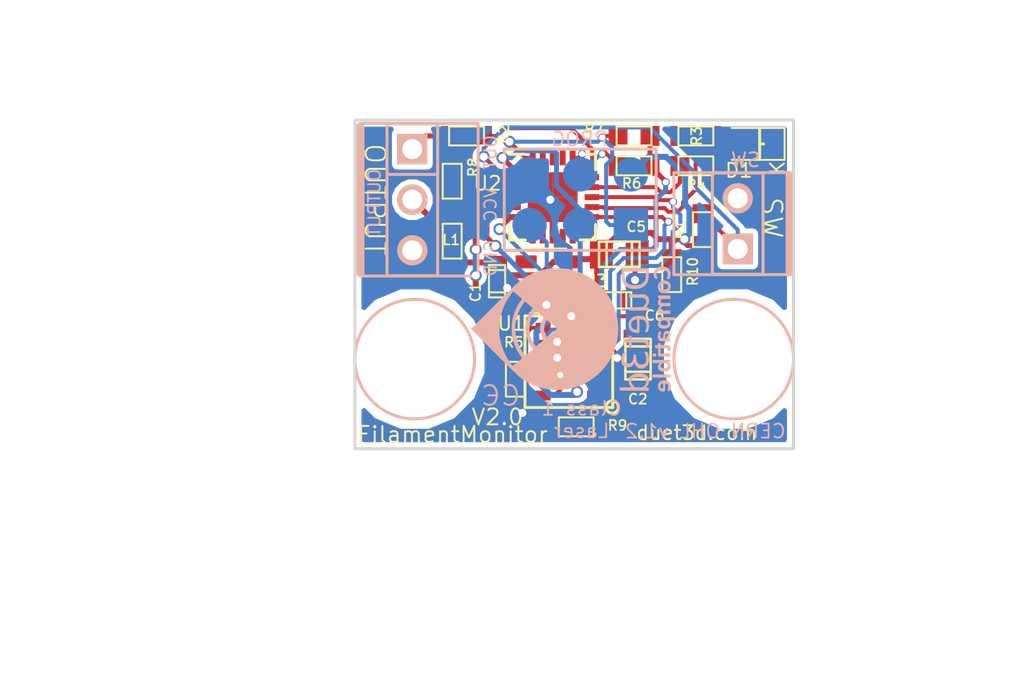
<source format=kicad_pcb>
(kicad_pcb (version 20171130) (host pcbnew "(5.0.0)")

  (general
    (thickness 1.6)
    (drawings 31)
    (tracks 332)
    (zones 0)
    (modules 25)
    (nets 30)
  )

  (page A4)
  (title_block
    (title "Laser Filament Monitor")
    (date 2018-01-12)
    (rev 1.0)
    (company "Think3dPrint3d and Escher3d")
  )

  (layers
    (0 F.Cu signal)
    (31 B.Cu signal)
    (32 B.Adhes user hide)
    (33 F.Adhes user hide)
    (34 B.Paste user hide)
    (35 F.Paste user hide)
    (36 B.SilkS user)
    (37 F.SilkS user hide)
    (38 B.Mask user)
    (39 F.Mask user hide)
    (40 Dwgs.User user)
    (41 Cmts.User user hide)
    (42 Eco1.User user hide)
    (43 Eco2.User user hide)
    (44 Edge.Cuts user)
    (45 Margin user hide)
    (46 B.CrtYd user hide)
    (47 F.CrtYd user hide)
    (48 B.Fab user hide)
    (49 F.Fab user hide)
  )

  (setup
    (last_trace_width 0.25)
    (user_trace_width 0.2)
    (user_trace_width 0.3)
    (user_trace_width 0.4)
    (user_trace_width 0.5)
    (trace_clearance 0.2)
    (zone_clearance 0.254)
    (zone_45_only yes)
    (trace_min 0.2)
    (segment_width 0.2)
    (edge_width 0.15)
    (via_size 0.6)
    (via_drill 0.4)
    (via_min_size 0.4)
    (via_min_drill 0.3)
    (user_via 0.4 0.3)
    (uvia_size 0.3)
    (uvia_drill 0.1)
    (uvias_allowed no)
    (uvia_min_size 0.2)
    (uvia_min_drill 0.1)
    (pcb_text_width 0.3)
    (pcb_text_size 1.5 1.5)
    (mod_edge_width 0.15)
    (mod_text_size 1 1)
    (mod_text_width 0.15)
    (pad_size 1.7272 1.7272)
    (pad_drill 0)
    (pad_to_mask_clearance 0.2)
    (aux_axis_origin 0 0)
    (visible_elements 7FFFF77F)
    (pcbplotparams
      (layerselection 0x010f8_ffffffff)
      (usegerberextensions true)
      (usegerberattributes false)
      (usegerberadvancedattributes false)
      (creategerberjobfile false)
      (excludeedgelayer true)
      (linewidth 0.100000)
      (plotframeref false)
      (viasonmask false)
      (mode 1)
      (useauxorigin true)
      (hpglpennumber 1)
      (hpglpenspeed 20)
      (hpglpendiameter 15.000000)
      (psnegative false)
      (psa4output false)
      (plotreference true)
      (plotvalue true)
      (plotinvisibletext false)
      (padsonsilk false)
      (subtractmaskfromsilk true)
      (outputformat 1)
      (mirror false)
      (drillshape 0)
      (scaleselection 1)
      (outputdirectory "LaserFilamentMonitor2.0_CAM/"))
  )

  (net 0 "")
  (net 1 GND)
  (net 2 RST)
  (net 3 MISO)
  (net 4 SCL)
  (net 5 OUT)
  (net 6 3.3V)
  (net 7 MOSI)
  (net 8 /3.3V_IN)
  (net 9 ADC3)
  (net 10 NCS)
  (net 11 "Net-(U2-Pad6)")
  (net 12 "Net-(U2-Pad7)")
  (net 13 "Net-(U2-Pad10)")
  (net 14 "Net-(U2-Pad17)")
  (net 15 "Net-(U2-Pad18)")
  (net 16 "Net-(U2-Pad19)")
  (net 17 LDP)
  (net 18 "Net-(U3-Pad4)")
  (net 19 /LDP_in)
  (net 20 /DEBUG)
  (net 21 /LED_2)
  (net 22 /LED_2a)
  (net 23 /LED_1)
  (net 24 /LED_1a)
  (net 25 /OUT_U2)
  (net 26 /SW)
  (net 27 /SDIO)
  (net 28 MFIO)
  (net 29 "Net-(U1-Pad9)")

  (net_class Default "This is the default net class."
    (clearance 0.2)
    (trace_width 0.25)
    (via_dia 0.6)
    (via_drill 0.4)
    (uvia_dia 0.3)
    (uvia_drill 0.1)
    (add_net /3.3V_IN)
    (add_net /DEBUG)
    (add_net /LDP_in)
    (add_net /LED_1)
    (add_net /LED_1a)
    (add_net /LED_2)
    (add_net /LED_2a)
    (add_net /OUT_U2)
    (add_net /SDIO)
    (add_net /SW)
    (add_net 3.3V)
    (add_net ADC3)
    (add_net GND)
    (add_net LDP)
    (add_net MFIO)
    (add_net MISO)
    (add_net MOSI)
    (add_net NCS)
    (add_net "Net-(U1-Pad9)")
    (add_net "Net-(U2-Pad10)")
    (add_net "Net-(U2-Pad17)")
    (add_net "Net-(U2-Pad18)")
    (add_net "Net-(U2-Pad19)")
    (add_net "Net-(U2-Pad6)")
    (add_net "Net-(U2-Pad7)")
    (add_net "Net-(U3-Pad4)")
    (add_net OUT)
    (add_net RST)
    (add_net SCL)
  )

  (module complib:PAT9130 locked (layer F.Cu) (tedit 5BD5AA38) (tstamp 5BD8FD51)
    (at 99.73 100.13 180)
    (path /5BDBC8FB)
    (attr smd)
    (fp_text reference U1 (at 2.88 1.92) (layer F.SilkS)
      (effects (font (size 0.7 0.7) (thickness 0.1)))
    )
    (fp_text value PAT9130 (at 4.625 -0.175 90) (layer F.SilkS) hide
      (effects (font (size 1 1) (thickness 0.15)))
    )
    (fp_circle (center -2.175 -2.275) (end -2.325 -2) (layer F.SilkS) (width 0.15))
    (fp_line (start 2.2 -2.3) (end -2.2 -2.3) (layer F.SilkS) (width 0.15))
    (fp_line (start -2.2 -2.3) (end -2.2 2.3) (layer F.SilkS) (width 0.15))
    (fp_line (start -2.2 2.3) (end 2.2 2.3) (layer F.SilkS) (width 0.15))
    (fp_line (start 2.2 2.3) (end 2.2 -2.3) (layer F.SilkS) (width 0.15))
    (pad 8 smd rect (at 1.29 0 90) (size 0.5 0.75) (layers F.Cu F.Paste F.Mask)
      (net 27 /SDIO))
    (pad 7 smd rect (at 1.29 0.85 90) (size 0.5 0.75) (layers F.Cu F.Paste F.Mask)
      (net 4 SCL))
    (pad 6 smd rect (at 1.29 1.7 90) (size 0.5 0.75) (layers F.Cu F.Paste F.Mask)
      (net 20 /DEBUG))
    (pad 5 smd rect (at -1.29 1.7 90) (size 0.5 0.75) (layers F.Cu F.Paste F.Mask)
      (net 10 NCS))
    (pad 4 smd rect (at -1.29 0.85 90) (size 0.5 0.75) (layers F.Cu F.Paste F.Mask)
      (net 1 GND))
    (pad 3 smd rect (at -1.29 0 90) (size 0.5 0.75) (layers F.Cu F.Paste F.Mask)
      (net 6 3.3V))
    (pad 2 smd rect (at -1.29 -0.85 90) (size 0.5 0.75) (layers F.Cu F.Paste F.Mask)
      (net 9 ADC3))
    (pad 1 smd rect (at -1.29 -1.7 90) (size 0.5 0.75) (layers F.Cu F.Paste F.Mask)
      (net 19 /LDP_in))
    (pad 9 smd rect (at 1.29 -0.85 90) (size 0.5 0.75) (layers F.Cu F.Paste F.Mask)
      (net 29 "Net-(U1-Pad9)"))
    (pad 10 smd rect (at 1.29 -1.7 90) (size 0.5 0.75) (layers F.Cu F.Paste F.Mask)
      (net 28 MFIO))
    (model ${KISYS3DMOD}/Package_DFN_QFN.3dshapes/DFN-8-1EP_4x4mm_P0.8mm_EP2.5x3.6mm.step
      (at (xyz 0 0 0))
      (scale (xyz 1 1 1))
      (rotate (xyz 0 0 0))
    )
  )

  (module complib:R_0603 (layer F.Cu) (tedit 57780C77) (tstamp 5BD90BE1)
    (at 100.1 103.4)
    (path /5BECC624)
    (attr smd)
    (fp_text reference R9 (at 2.07 -0.07) (layer F.SilkS)
      (effects (font (size 0.5 0.5) (thickness 0.09)))
    )
    (fp_text value "140R 0.1%" (at 0 0.24892) (layer F.SilkS) hide
      (effects (font (size 0.20066 0.20066) (thickness 0.0508)))
    )
    (fp_line (start -0.87376 0.47498) (end -0.87376 -0.47498) (layer F.SilkS) (width 0.1))
    (fp_line (start 0.87376 0.47498) (end -0.87376 0.47498) (layer F.SilkS) (width 0.1))
    (fp_line (start 0.87376 -0.47498) (end 0.87376 0.47498) (layer F.SilkS) (width 0.1))
    (fp_line (start -0.87376 -0.47498) (end 0.87376 -0.47498) (layer F.SilkS) (width 0.1))
    (pad 2 smd rect (at 0.8001 0) (size 0.94996 1.00076) (layers F.Cu F.Paste F.Mask)
      (net 19 /LDP_in))
    (pad 1 smd rect (at -0.8001 0) (size 0.94996 1.00076) (layers F.Cu F.Paste F.Mask)
      (net 17 LDP))
  )

  (module complib:R_0603 (layer F.Cu) (tedit 57780C77) (tstamp 5BD90BD7)
    (at 104.89 95.76 270)
    (path /5BED44D4)
    (attr smd)
    (fp_text reference R10 (at -0.1524 -1.0541 270) (layer F.SilkS)
      (effects (font (size 0.5 0.5) (thickness 0.09)))
    )
    (fp_text value 100K (at 0 0.24892 270) (layer F.SilkS) hide
      (effects (font (size 0.20066 0.20066) (thickness 0.0508)))
    )
    (fp_line (start -0.87376 -0.47498) (end 0.87376 -0.47498) (layer F.SilkS) (width 0.1))
    (fp_line (start 0.87376 -0.47498) (end 0.87376 0.47498) (layer F.SilkS) (width 0.1))
    (fp_line (start 0.87376 0.47498) (end -0.87376 0.47498) (layer F.SilkS) (width 0.1))
    (fp_line (start -0.87376 0.47498) (end -0.87376 -0.47498) (layer F.SilkS) (width 0.1))
    (pad 1 smd rect (at -0.8001 0 270) (size 0.94996 1.00076) (layers F.Cu F.Paste F.Mask)
      (net 6 3.3V))
    (pad 2 smd rect (at 0.8001 0 270) (size 0.94996 1.00076) (layers F.Cu F.Paste F.Mask)
      (net 10 NCS))
  )

  (module Package_TO_SOT_SMD:SOT-23-5 (layer F.Cu) (tedit 5BD5AB22) (tstamp 5BD8FE1E)
    (at 98.69 96.07 180)
    (descr "5-pin SOT23 package")
    (tags SOT-23-5)
    (path /5BE364ED)
    (attr smd)
    (fp_text reference U3 (at -2.4 -0.01 180) (layer F.SilkS)
      (effects (font (size 0.6 0.6) (thickness 0.1)))
    )
    (fp_text value TCR2EF19LM (at 0 2.9 180) (layer F.Fab)
      (effects (font (size 1 1) (thickness 0.15)))
    )
    (fp_text user %R (at 0 0 270) (layer F.Fab)
      (effects (font (size 0.5 0.5) (thickness 0.075)))
    )
    (fp_line (start -0.9 1.61) (end 0.9 1.61) (layer F.SilkS) (width 0.12))
    (fp_line (start 0.9 -1.61) (end -1.55 -1.61) (layer F.SilkS) (width 0.12))
    (fp_line (start -1.9 -1.8) (end 1.9 -1.8) (layer F.CrtYd) (width 0.05))
    (fp_line (start 1.9 -1.8) (end 1.9 1.8) (layer F.CrtYd) (width 0.05))
    (fp_line (start 1.9 1.8) (end -1.9 1.8) (layer F.CrtYd) (width 0.05))
    (fp_line (start -1.9 1.8) (end -1.9 -1.8) (layer F.CrtYd) (width 0.05))
    (fp_line (start -0.9 -0.9) (end -0.25 -1.55) (layer F.Fab) (width 0.1))
    (fp_line (start 0.9 -1.55) (end -0.25 -1.55) (layer F.Fab) (width 0.1))
    (fp_line (start -0.9 -0.9) (end -0.9 1.55) (layer F.Fab) (width 0.1))
    (fp_line (start 0.9 1.55) (end -0.9 1.55) (layer F.Fab) (width 0.1))
    (fp_line (start 0.9 -1.55) (end 0.9 1.55) (layer F.Fab) (width 0.1))
    (pad 1 smd rect (at -1.1 -0.95 180) (size 1.06 0.65) (layers F.Cu F.Paste F.Mask)
      (net 6 3.3V))
    (pad 2 smd rect (at -1.1 0 180) (size 1.06 0.65) (layers F.Cu F.Paste F.Mask)
      (net 1 GND))
    (pad 3 smd rect (at -1.1 0.95 180) (size 1.06 0.65) (layers F.Cu F.Paste F.Mask)
      (net 6 3.3V))
    (pad 4 smd rect (at 1.1 0.95 180) (size 1.06 0.65) (layers F.Cu F.Paste F.Mask)
      (net 18 "Net-(U3-Pad4)"))
    (pad 5 smd rect (at 1.1 -0.95 180) (size 1.06 0.65) (layers F.Cu F.Paste F.Mask)
      (net 9 ADC3))
    (model ${KISYS3DMOD}/Package_TO_SOT_SMD.3dshapes/SOT-23-5.wrl
      (at (xyz 0 0 0))
      (scale (xyz 1 1 1))
      (rotate (xyz 0 0 0))
    )
  )

  (module complib:2x2_SMD_LED_1.6x1.25mm (layer F.Cu) (tedit 5BD5B4B2) (tstamp 5BD8FDF2)
    (at 109.2 89.2 90)
    (path /58A42AC4)
    (attr smd)
    (fp_text reference D1 (at -1.33 -0.94 180) (layer F.SilkS)
      (effects (font (size 0.7 0.7) (thickness 0.1)))
    )
    (fp_text value Led_2x2 (at 0.5 3.7 90) (layer F.SilkS) hide
      (effects (font (size 0.7 0.7) (thickness 0.1)))
    )
    (fp_text user K (at -1.2 1 270) (layer F.SilkS)
      (effects (font (size 0.7 0.7) (thickness 0.1)))
    )
    (fp_line (start -0.8 -1.3) (end -0.8 1.35) (layer F.SilkS) (width 0.1))
    (fp_line (start -0.8 1.35) (end 0.8 1.35) (layer F.SilkS) (width 0.1))
    (fp_line (start 0.8 1.35) (end 0.8 -1.3) (layer F.SilkS) (width 0.1))
    (fp_line (start -0.625 0.8) (end 0.625 0.8) (layer F.Fab) (width 0.1))
    (fp_line (start 0.625 0.8) (end 0.625 -0.8) (layer F.Fab) (width 0.1))
    (fp_line (start 0.625 -0.8) (end -0.625 -0.8) (layer F.Fab) (width 0.1))
    (fp_line (start -0.625 -0.8) (end -0.625 0.8) (layer F.Fab) (width 0.1))
    (fp_line (start -0.75 0.1) (end 0.75 0.1) (layer F.SilkS) (width 0.15))
    (fp_line (start 0 0.15) (end 0 0.3) (layer F.SilkS) (width 0.15))
    (pad 1 smd rect (at -0.43 -0.825 90) (size 0.5 0.85) (layers F.Cu F.Paste F.Mask)
      (net 24 /LED_1a))
    (pad 2 smd rect (at -0.43 0.825 90) (size 0.5 0.85) (layers F.Cu F.Paste F.Mask)
      (net 1 GND))
    (pad 3 smd rect (at 0.43 -0.825 90) (size 0.5 0.85) (layers F.Cu F.Paste F.Mask)
      (net 22 /LED_2a))
    (pad 4 smd rect (at 0.43 0.825 90) (size 0.5 0.85) (layers F.Cu F.Paste F.Mask)
      (net 1 GND))
  )

  (module complib:QFN-20-1EP_4x4mm_Pitch0.5mm (layer F.Cu) (tedit 5A3310F3) (tstamp 5BD8FCEE)
    (at 98.92 91.87)
    (descr "20-Lead Plastic Quad Flat, No Lead Package (ML) - 4x4x0.9 mm Body [QFN]; (see Microchip Packaging Specification 00000049BS.pdf)")
    (tags "QFN 0.5")
    (path /5A556466)
    (attr smd)
    (fp_text reference U2 (at -3.27 -0.69) (layer F.SilkS)
      (effects (font (size 0.7 0.7) (thickness 0.1)))
    )
    (fp_text value "ATtiny44A-MFR  /  ATtiny44A-MUR" (at 0 3.33) (layer F.Fab) hide
      (effects (font (size 1 1) (thickness 0.15)))
    )
    (fp_line (start -1 -2) (end 2 -2) (layer F.Fab) (width 0.15))
    (fp_line (start 2 -2) (end 2 2) (layer F.Fab) (width 0.15))
    (fp_line (start 2 2) (end -2 2) (layer F.Fab) (width 0.15))
    (fp_line (start -2 2) (end -2 -1) (layer F.Fab) (width 0.15))
    (fp_line (start -2 -1) (end -1 -2) (layer F.Fab) (width 0.15))
    (fp_line (start -2.6 -2.6) (end -2.6 2.6) (layer F.CrtYd) (width 0.05))
    (fp_line (start 2.6 -2.6) (end 2.6 2.6) (layer F.CrtYd) (width 0.05))
    (fp_line (start -2.6 -2.6) (end 2.6 -2.6) (layer F.CrtYd) (width 0.05))
    (fp_line (start -2.6 2.6) (end 2.6 2.6) (layer F.CrtYd) (width 0.05))
    (fp_line (start 2.15 -2.15) (end 2.15 -1.375) (layer F.SilkS) (width 0.15))
    (fp_line (start -2.15 2.15) (end -2.15 1.375) (layer F.SilkS) (width 0.15))
    (fp_line (start 2.15 2.15) (end 2.15 1.375) (layer F.SilkS) (width 0.15))
    (fp_line (start -2.15 -2.15) (end -1.375 -2.15) (layer F.SilkS) (width 0.15))
    (fp_line (start -2.15 2.15) (end -1.375 2.15) (layer F.SilkS) (width 0.15))
    (fp_line (start 2.15 2.15) (end 1.375 2.15) (layer F.SilkS) (width 0.15))
    (fp_line (start 2.15 -2.15) (end 1.375 -2.15) (layer F.SilkS) (width 0.15))
    (pad 1 smd rect (at -1.965 -1) (size 0.73 0.3) (layers F.Cu F.Paste F.Mask)
      (net 4 SCL))
    (pad 2 smd rect (at -1.965 -0.5) (size 0.73 0.3) (layers F.Cu F.Paste F.Mask)
      (net 26 /SW))
    (pad 3 smd rect (at -1.965 0) (size 0.73 0.3) (layers F.Cu F.Paste F.Mask)
      (net 17 LDP))
    (pad 4 smd rect (at -1.965 0.5) (size 0.73 0.3) (layers F.Cu F.Paste F.Mask)
      (net 9 ADC3))
    (pad 5 smd rect (at -1.965 1) (size 0.73 0.3) (layers F.Cu F.Paste F.Mask)
      (net 10 NCS))
    (pad 6 smd rect (at -1 1.965 90) (size 0.73 0.3) (layers F.Cu F.Paste F.Mask)
      (net 11 "Net-(U2-Pad6)"))
    (pad 7 smd rect (at -0.5 1.965 90) (size 0.73 0.3) (layers F.Cu F.Paste F.Mask)
      (net 12 "Net-(U2-Pad7)"))
    (pad 8 smd rect (at 0 1.965 90) (size 0.73 0.3) (layers F.Cu F.Paste F.Mask)
      (net 1 GND))
    (pad 9 smd rect (at 0.5 1.965 90) (size 0.73 0.3) (layers F.Cu F.Paste F.Mask)
      (net 6 3.3V))
    (pad 10 smd rect (at 1 1.965 90) (size 0.73 0.3) (layers F.Cu F.Paste F.Mask)
      (net 13 "Net-(U2-Pad10)"))
    (pad 11 smd rect (at 1.965 1) (size 0.73 0.3) (layers F.Cu F.Paste F.Mask)
      (net 28 MFIO))
    (pad 12 smd rect (at 1.965 0.5) (size 0.73 0.3) (layers F.Cu F.Paste F.Mask)
      (net 21 /LED_2))
    (pad 13 smd rect (at 1.965 0) (size 0.73 0.3) (layers F.Cu F.Paste F.Mask)
      (net 2 RST))
    (pad 14 smd rect (at 1.965 -0.5) (size 0.73 0.3) (layers F.Cu F.Paste F.Mask)
      (net 23 /LED_1))
    (pad 15 smd rect (at 1.965 -1) (size 0.73 0.3) (layers F.Cu F.Paste F.Mask)
      (net 25 /OUT_U2))
    (pad 16 smd rect (at 1 -1.965 90) (size 0.73 0.3) (layers F.Cu F.Paste F.Mask)
      (net 7 MOSI))
    (pad 17 smd rect (at 0.5 -1.965 90) (size 0.73 0.3) (layers F.Cu F.Paste F.Mask)
      (net 14 "Net-(U2-Pad17)"))
    (pad 18 smd rect (at 0 -1.965 90) (size 0.73 0.3) (layers F.Cu F.Paste F.Mask)
      (net 15 "Net-(U2-Pad18)"))
    (pad 19 smd rect (at -0.5 -1.965 90) (size 0.73 0.3) (layers F.Cu F.Paste F.Mask)
      (net 16 "Net-(U2-Pad19)"))
    (pad 20 smd rect (at -1 -1.965 90) (size 0.73 0.3) (layers F.Cu F.Paste F.Mask)
      (net 3 MISO))
    (pad 21 smd rect (at 0.625 0.625) (size 1.25 1.25) (layers F.Cu F.Paste F.Mask)
      (net 1 GND) (solder_paste_margin_ratio -0.2))
    (pad 21 smd rect (at 0.625 -0.625) (size 1.25 1.25) (layers F.Cu F.Paste F.Mask)
      (net 1 GND) (solder_paste_margin_ratio -0.2))
    (pad 21 smd rect (at -0.625 0.625) (size 1.25 1.25) (layers F.Cu F.Paste F.Mask)
      (net 1 GND) (solder_paste_margin_ratio -0.2))
    (pad 21 smd rect (at -0.625 -0.625) (size 1.25 1.25) (layers F.Cu F.Paste F.Mask)
      (net 1 GND) (solder_paste_margin_ratio -0.2))
    (model ${KISYS3DMOD}/Package_DFN_QFN.3dshapes/QFN-20-1EP_4x4mm_Pitch0.5mm.step
      (at (xyz 0 0 0))
      (scale (xyz 1 1 1))
      (rotate (xyz 0 0 0))
    )
    (model ${KISYS3DMOD}/Package_DFN_QFN.3dshapes/QFN-20-1EP_4x4mm_P0.5mm_EP2.5x2.5mm.step
      (at (xyz 0 0 0))
      (scale (xyz 1 1 1))
      (rotate (xyz 0 0 0))
    )
  )

  (module complib:R_0603 (layer F.Cu) (tedit 57780C77) (tstamp 5BD8FC8A)
    (at 103 88.8)
    (path /5BE979BD)
    (attr smd)
    (fp_text reference R7 (at -2 -0.35) (layer F.SilkS)
      (effects (font (size 0.5 0.5) (thickness 0.09)))
    )
    (fp_text value 3K3 (at 0 0.24892) (layer F.SilkS) hide
      (effects (font (size 0.20066 0.20066) (thickness 0.0508)))
    )
    (fp_line (start -0.87376 0.47498) (end -0.87376 -0.47498) (layer F.SilkS) (width 0.1))
    (fp_line (start 0.87376 0.47498) (end -0.87376 0.47498) (layer F.SilkS) (width 0.1))
    (fp_line (start 0.87376 -0.47498) (end 0.87376 0.47498) (layer F.SilkS) (width 0.1))
    (fp_line (start -0.87376 -0.47498) (end 0.87376 -0.47498) (layer F.SilkS) (width 0.1))
    (pad 2 smd rect (at 0.8001 0) (size 0.94996 1.00076) (layers F.Cu F.Paste F.Mask)
      (net 27 /SDIO))
    (pad 1 smd rect (at -0.8001 0) (size 0.94996 1.00076) (layers F.Cu F.Paste F.Mask)
      (net 3 MISO))
  )

  (module complib:R_0603 (layer F.Cu) (tedit 57780C77) (tstamp 5BD8FC80)
    (at 93.88 91.07 270)
    (path /5BDAB288)
    (attr smd)
    (fp_text reference R8 (at -0.7 -1.06 270) (layer F.SilkS)
      (effects (font (size 0.5 0.5) (thickness 0.09)))
    )
    (fp_text value 100K (at 0 0.24892 270) (layer F.SilkS) hide
      (effects (font (size 0.20066 0.20066) (thickness 0.0508)))
    )
    (fp_line (start -0.87376 -0.47498) (end 0.87376 -0.47498) (layer F.SilkS) (width 0.1))
    (fp_line (start 0.87376 -0.47498) (end 0.87376 0.47498) (layer F.SilkS) (width 0.1))
    (fp_line (start 0.87376 0.47498) (end -0.87376 0.47498) (layer F.SilkS) (width 0.1))
    (fp_line (start -0.87376 0.47498) (end -0.87376 -0.47498) (layer F.SilkS) (width 0.1))
    (pad 1 smd rect (at -0.8001 0 270) (size 0.94996 1.00076) (layers F.Cu F.Paste F.Mask)
      (net 5 OUT))
    (pad 2 smd rect (at 0.8001 0 270) (size 0.94996 1.00076) (layers F.Cu F.Paste F.Mask)
      (net 1 GND))
  )

  (module complib:MountingHole_2.9mm locked (layer B.Cu) (tedit 5A55474D) (tstamp 5A55582B)
    (at 92 100)
    (descr "Mounting Hole 2.7mm, no annular")
    (tags "mounting hole 2.7mm no annular")
    (path /58A4C339)
    (fp_text reference M2 (at 0 3.7) (layer B.SilkS) hide
      (effects (font (size 1 1) (thickness 0.15)) (justify mirror))
    )
    (fp_text value Mounting (at 0 -3.7) (layer B.SilkS) hide
      (effects (font (size 1 1) (thickness 0.15)) (justify mirror))
    )
    (fp_circle (center 0 0) (end 0 -5.7) (layer Cmts.User) (width 0.15))
    (fp_circle (center 0 0) (end 3 0) (layer B.SilkS) (width 0.15))
    (pad "" np_thru_hole circle (at 0 0) (size 2.9 2.9) (drill 2.9) (layers *.Cu *.Mask)
      (clearance 2.05))
  )

  (module complib:PIN_ARRAY_2X1 (layer B.Cu) (tedit 5A5909C1) (tstamp 5A332BC9)
    (at 108.2 93.2 90)
    (descr "Connecteurs 2 pins")
    (tags "CONN DEV")
    (path /5A2C8822)
    (fp_text reference J1 (at 0 1.99898 90) (layer B.SilkS) hide
      (effects (font (size 0.762 0.762) (thickness 0.1524)) (justify mirror))
    )
    (fp_text value SW (at 3.2 0.4) (layer B.SilkS)
      (effects (font (size 0.7 0.7) (thickness 0.1)) (justify mirror))
    )
    (fp_line (start -2.44 2.6) (end 2.44 2.6) (layer B.SilkS) (width 0.4))
    (fp_line (start 2.56 2.6) (end 2.56 -3.2) (layer B.SilkS) (width 0.14986))
    (fp_line (start 2.56 -3.2) (end -2.56 -3.2) (layer B.SilkS) (width 0.14986))
    (fp_line (start -2.56 -3.2) (end -2.56 2.6) (layer B.SilkS) (width 0.14986))
    (fp_line (start -2.54 -1.27) (end -2.54 1.27) (layer B.SilkS) (width 0.1524))
    (fp_line (start -2.54 1.27) (end 2.54 1.27) (layer B.SilkS) (width 0.1524))
    (fp_line (start 2.54 1.27) (end 2.54 -1.27) (layer B.SilkS) (width 0.1524))
    (fp_line (start 2.54 -1.27) (end -2.54 -1.27) (layer B.SilkS) (width 0.1524))
    (pad 1 thru_hole rect (at -1.27 0 90) (size 1.524 1.524) (drill 1) (layers *.Cu *.Mask B.SilkS)
      (net 26 /SW))
    (pad 2 thru_hole circle (at 1.27 0 90) (size 1.524 1.524) (drill 1) (layers *.Cu *.Mask B.SilkS)
      (net 1 GND))
    (model pin_array/pins_array_2x1.wrl
      (at (xyz 0 0 0))
      (scale (xyz 1 1 1))
      (rotate (xyz 0 0 0))
    )
  )

  (module complib:C_0603 (layer F.Cu) (tedit 5A55505C) (tstamp 58A47745)
    (at 96.13 96.09 90)
    (descr "SMT capacitor, 0603")
    (path /58A4419B)
    (attr smd)
    (fp_text reference C1 (at -0.56 -1.08 90) (layer F.SilkS)
      (effects (font (size 0.5 0.5) (thickness 0.09)))
    )
    (fp_text value 0u1 (at 0 0 90) (layer F.SilkS) hide
      (effects (font (size 0.20066 0.20066) (thickness 0.04064)))
    )
    (fp_line (start 0.5588 0.4064) (end 0.5588 -0.4064) (layer F.SilkS) (width 0.1))
    (fp_line (start -0.5588 -0.381) (end -0.5588 0.4064) (layer F.SilkS) (width 0.1))
    (fp_line (start -0.8128 -0.4064) (end 0.8128 -0.4064) (layer F.SilkS) (width 0.1))
    (fp_line (start 0.8128 -0.4064) (end 0.8128 0.4064) (layer F.SilkS) (width 0.1))
    (fp_line (start 0.8128 0.4064) (end -0.8128 0.4064) (layer F.SilkS) (width 0.1))
    (fp_line (start -0.8128 0.4064) (end -0.8128 -0.4064) (layer F.SilkS) (width 0.1))
    (pad 1 smd rect (at 0.8001 0 90) (size 0.94996 1.00076) (layers F.Cu F.Paste F.Mask)
      (net 6 3.3V))
    (pad 2 smd rect (at -0.8001 0 90) (size 0.94996 1.00076) (layers F.Cu F.Paste F.Mask)
      (net 1 GND))
    (model smd/capacitors/c_0603.wrl
      (at (xyz 0 0 0))
      (scale (xyz 1 1 1))
      (rotate (xyz 0 0 0))
    )
    (model ${KISYS3DMOD}/Capacitor_SMD.3dshapes/C_0603_1608Metric.step
      (at (xyz 0 0 0))
      (scale (xyz 1 1 1))
      (rotate (xyz 0 0 0))
    )
  )

  (module complib:R_0603 (layer F.Cu) (tedit 5A590AD7) (tstamp 58A477E4)
    (at 106.43 93.5 90)
    (path /58A4783B)
    (attr smd)
    (fp_text reference R1 (at 0 -1.1 90) (layer F.SilkS)
      (effects (font (size 0.5 0.5) (thickness 0.09)))
    )
    (fp_text value 3K3 (at 0 0.24892 90) (layer F.SilkS) hide
      (effects (font (size 0.20066 0.20066) (thickness 0.0508)))
    )
    (fp_line (start -0.87376 -0.47498) (end 0.87376 -0.47498) (layer F.SilkS) (width 0.1))
    (fp_line (start 0.87376 -0.47498) (end 0.87376 0.47498) (layer F.SilkS) (width 0.1))
    (fp_line (start 0.87376 0.47498) (end -0.87376 0.47498) (layer F.SilkS) (width 0.1))
    (fp_line (start -0.87376 0.47498) (end -0.87376 -0.47498) (layer F.SilkS) (width 0.1))
    (pad 1 smd rect (at -0.8001 0 90) (size 0.94996 1.00076) (layers F.Cu F.Paste F.Mask)
      (net 6 3.3V))
    (pad 2 smd rect (at 0.8001 0 90) (size 0.94996 1.00076) (layers F.Cu F.Paste F.Mask)
      (net 26 /SW))
    (model ${KISYS3DMOD}/Resistor_SMD.3dshapes/R_0603_1608Metric.step
      (at (xyz 0 0 0))
      (scale (xyz 1 1 1))
      (rotate (xyz 0 0 0))
    )
  )

  (module complib:R_0603 (layer F.Cu) (tedit 5A330CE8) (tstamp 58A477EE)
    (at 94.6 88.8 180)
    (path /58A434ED)
    (attr smd)
    (fp_text reference R2 (at -1.87 0.09 -90) (layer F.SilkS)
      (effects (font (size 0.5 0.5) (thickness 0.09)))
    )
    (fp_text value 330R (at 0 0.24892 180) (layer F.SilkS) hide
      (effects (font (size 0.20066 0.20066) (thickness 0.0508)))
    )
    (fp_line (start -0.87376 -0.47498) (end 0.87376 -0.47498) (layer F.SilkS) (width 0.1))
    (fp_line (start 0.87376 -0.47498) (end 0.87376 0.47498) (layer F.SilkS) (width 0.1))
    (fp_line (start 0.87376 0.47498) (end -0.87376 0.47498) (layer F.SilkS) (width 0.1))
    (fp_line (start -0.87376 0.47498) (end -0.87376 -0.47498) (layer F.SilkS) (width 0.1))
    (pad 1 smd rect (at -0.8001 0 180) (size 0.94996 1.00076) (layers F.Cu F.Paste F.Mask)
      (net 25 /OUT_U2))
    (pad 2 smd rect (at 0.8001 0 180) (size 0.94996 1.00076) (layers F.Cu F.Paste F.Mask)
      (net 5 OUT))
    (model ${KISYS3DMOD}/Resistor_SMD.3dshapes/R_0603_1608Metric.step
      (at (xyz 0 0 0))
      (scale (xyz 1 1 1))
      (rotate (xyz 0 0 0))
    )
  )

  (module complib:R_0603 (layer F.Cu) (tedit 5A554F29) (tstamp 58A477F8)
    (at 106.1 88.8)
    (path /58A42C1D)
    (attr smd)
    (fp_text reference R3 (at 0.04 0.01 90) (layer F.SilkS)
      (effects (font (size 0.5 0.5) (thickness 0.09)))
    )
    (fp_text value 470R (at 0 0.24892) (layer F.SilkS) hide
      (effects (font (size 0.20066 0.20066) (thickness 0.0508)))
    )
    (fp_line (start -0.87376 -0.47498) (end 0.87376 -0.47498) (layer F.SilkS) (width 0.1))
    (fp_line (start 0.87376 -0.47498) (end 0.87376 0.47498) (layer F.SilkS) (width 0.1))
    (fp_line (start 0.87376 0.47498) (end -0.87376 0.47498) (layer F.SilkS) (width 0.1))
    (fp_line (start -0.87376 0.47498) (end -0.87376 -0.47498) (layer F.SilkS) (width 0.1))
    (pad 1 smd rect (at -0.8001 0) (size 0.94996 1.00076) (layers F.Cu F.Paste F.Mask)
      (net 21 /LED_2))
    (pad 2 smd rect (at 0.8001 0) (size 0.94996 1.00076) (layers F.Cu F.Paste F.Mask)
      (net 22 /LED_2a))
    (model ${KISYS3DMOD}/Resistor_SMD.3dshapes/R_0603_1608Metric.step
      (at (xyz 0 0 0))
      (scale (xyz 1 1 1))
      (rotate (xyz 0 0 0))
    )
  )

  (module complib:R_0603 (layer F.Cu) (tedit 5A554F25) (tstamp 58A47802)
    (at 106.1 90.3)
    (path /58A42E33)
    (attr smd)
    (fp_text reference R4 (at 0.02 0.96) (layer F.SilkS)
      (effects (font (size 0.5 0.5) (thickness 0.09)))
    )
    (fp_text value 470R (at 0 0.24892) (layer F.SilkS) hide
      (effects (font (size 0.20066 0.20066) (thickness 0.0508)))
    )
    (fp_line (start -0.87376 -0.47498) (end 0.87376 -0.47498) (layer F.SilkS) (width 0.1))
    (fp_line (start 0.87376 -0.47498) (end 0.87376 0.47498) (layer F.SilkS) (width 0.1))
    (fp_line (start 0.87376 0.47498) (end -0.87376 0.47498) (layer F.SilkS) (width 0.1))
    (fp_line (start -0.87376 0.47498) (end -0.87376 -0.47498) (layer F.SilkS) (width 0.1))
    (pad 1 smd rect (at -0.8001 0) (size 0.94996 1.00076) (layers F.Cu F.Paste F.Mask)
      (net 23 /LED_1))
    (pad 2 smd rect (at 0.8001 0) (size 0.94996 1.00076) (layers F.Cu F.Paste F.Mask)
      (net 24 /LED_1a))
    (model ${KISYS3DMOD}/Resistor_SMD.3dshapes/R_0603_1608Metric.step
      (at (xyz 0 0 0))
      (scale (xyz 1 1 1))
      (rotate (xyz 0 0 0))
    )
  )

  (module complib:R_0603 (layer F.Cu) (tedit 5A590ACA) (tstamp 58A4780C)
    (at 97.05 101.01 270)
    (path /5BDC6306)
    (attr smd)
    (fp_text reference R5 (at -1.85 0.08) (layer F.SilkS)
      (effects (font (size 0.5 0.5) (thickness 0.09)))
    )
    (fp_text value 100K (at 0 0.24892 270) (layer F.SilkS) hide
      (effects (font (size 0.20066 0.20066) (thickness 0.0508)))
    )
    (fp_line (start -0.87376 -0.47498) (end 0.87376 -0.47498) (layer F.SilkS) (width 0.1))
    (fp_line (start 0.87376 -0.47498) (end 0.87376 0.47498) (layer F.SilkS) (width 0.1))
    (fp_line (start 0.87376 0.47498) (end -0.87376 0.47498) (layer F.SilkS) (width 0.1))
    (fp_line (start -0.87376 0.47498) (end -0.87376 -0.47498) (layer F.SilkS) (width 0.1))
    (pad 1 smd rect (at -0.8001 0 270) (size 0.94996 1.00076) (layers F.Cu F.Paste F.Mask)
      (net 20 /DEBUG))
    (pad 2 smd rect (at 0.8001 0 270) (size 0.94996 1.00076) (layers F.Cu F.Paste F.Mask)
      (net 1 GND))
    (model ${KISYS3DMOD}/Resistor_SMD.3dshapes/R_0603_1608Metric.step
      (at (xyz 0 0 0))
      (scale (xyz 1 1 1))
      (rotate (xyz 0 0 0))
    )
  )

  (module complib:R_0603 (layer F.Cu) (tedit 5A554FB0) (tstamp 58A47816)
    (at 103 90.3 180)
    (path /58A459D3)
    (attr smd)
    (fp_text reference R6 (at 0.12 -0.88 180) (layer F.SilkS)
      (effects (font (size 0.5 0.5) (thickness 0.09)))
    )
    (fp_text value 3K3 (at 0 0.24892 180) (layer F.SilkS) hide
      (effects (font (size 0.20066 0.20066) (thickness 0.0508)))
    )
    (fp_line (start -0.87376 -0.47498) (end 0.87376 -0.47498) (layer F.SilkS) (width 0.1))
    (fp_line (start 0.87376 -0.47498) (end 0.87376 0.47498) (layer F.SilkS) (width 0.1))
    (fp_line (start 0.87376 0.47498) (end -0.87376 0.47498) (layer F.SilkS) (width 0.1))
    (fp_line (start -0.87376 0.47498) (end -0.87376 -0.47498) (layer F.SilkS) (width 0.1))
    (pad 1 smd rect (at -0.8001 0 180) (size 0.94996 1.00076) (layers F.Cu F.Paste F.Mask)
      (net 27 /SDIO))
    (pad 2 smd rect (at 0.8001 0 180) (size 0.94996 1.00076) (layers F.Cu F.Paste F.Mask)
      (net 7 MOSI))
    (model ${KISYS3DMOD}/Resistor_SMD.3dshapes/R_0603_1608Metric.step
      (at (xyz 0 0 0))
      (scale (xyz 1 1 1))
      (rotate (xyz 0 0 0))
    )
  )

  (module complib:LOGO_Duet3dCompatible (layer B.Cu) (tedit 0) (tstamp 58DC0814)
    (at 99.9 98.5 270)
    (path /58A4C6F6)
    (attr virtual)
    (fp_text reference M1 (at 0 0 270) (layer B.SilkS) hide
      (effects (font (size 1.524 1.524) (thickness 0.3)) (justify mirror))
    )
    (fp_text value LOGO (at 0.75 0 270) (layer B.SilkS) hide
      (effects (font (size 1.524 1.524) (thickness 0.3)) (justify mirror))
    )
    (fp_poly (pts (xy -0.203476 -4.305003) (xy -0.141576 -4.331983) (xy -0.089299 -4.379927) (xy -0.061799 -4.422935)
      (xy -0.040555 -4.484127) (xy -0.029092 -4.5598) (xy -0.027923 -4.640789) (xy -0.037559 -4.717928)
      (xy -0.043923 -4.743513) (xy -0.075366 -4.815865) (xy -0.120815 -4.872457) (xy -0.176463 -4.911719)
      (xy -0.238503 -4.932078) (xy -0.303129 -4.93196) (xy -0.366534 -4.909794) (xy -0.397221 -4.889456)
      (xy -0.421619 -4.871918) (xy -0.43662 -4.864124) (xy -0.436979 -4.8641) (xy -0.439955 -4.875959)
      (xy -0.442375 -4.908175) (xy -0.443976 -4.955708) (xy -0.4445 -5.008562) (xy -0.4445 -5.153025)
      (xy -0.484188 -5.160962) (xy -0.52197 -5.166827) (xy -0.551285 -5.1654) (xy -0.574675 -5.160145)
      (xy -0.580765 -5.15704) (xy -0.585633 -5.149534) (xy -0.589416 -5.135054) (xy -0.592249 -5.111028)
      (xy -0.594268 -5.074882) (xy -0.595606 -5.024043) (xy -0.596401 -4.95594) (xy -0.596787 -4.867997)
      (xy -0.596899 -4.757644) (xy -0.5969 -4.737545) (xy -0.5969 -4.61645) (xy -0.4445 -4.61645)
      (xy -0.444115 -4.668307) (xy -0.441483 -4.701807) (xy -0.434395 -4.723993) (xy -0.420638 -4.741908)
      (xy -0.398844 -4.761855) (xy -0.364948 -4.787554) (xy -0.334444 -4.797948) (xy -0.300834 -4.798096)
      (xy -0.262174 -4.791161) (xy -0.235891 -4.772688) (xy -0.21949 -4.751096) (xy -0.202452 -4.719492)
      (xy -0.193512 -4.683272) (xy -0.190559 -4.633015) (xy -0.1905 -4.621748) (xy -0.194959 -4.544613)
      (xy -0.209193 -4.489294) (xy -0.234488 -4.453671) (xy -0.272129 -4.43562) (xy -0.305266 -4.4323)
      (xy -0.347891 -4.438652) (xy -0.386773 -4.461028) (xy -0.399609 -4.471715) (xy -0.421579 -4.491937)
      (xy -0.434875 -4.509815) (xy -0.441675 -4.53237) (xy -0.444158 -4.566626) (xy -0.4445 -4.61645)
      (xy -0.5969 -4.61645) (xy -0.5969 -4.320753) (xy -0.56515 -4.312784) (xy -0.526838 -4.309617)
      (xy -0.50165 -4.312784) (xy -0.477713 -4.325177) (xy -0.470037 -4.351063) (xy -0.4699 -4.357476)
      (xy -0.467771 -4.383647) (xy -0.462806 -4.3942) (xy -0.449506 -4.386987) (xy -0.423856 -4.368695)
      (xy -0.408831 -4.357082) (xy -0.340911 -4.31683) (xy -0.27119 -4.299712) (xy -0.203476 -4.305003)) (layer B.SilkS) (width 0.01))
    (fp_poly (pts (xy -2.679238 -4.092141) (xy -2.614029 -4.11182) (xy -2.566362 -4.142815) (xy -2.538367 -4.183555)
      (xy -2.532178 -4.232466) (xy -2.535434 -4.250735) (xy -2.542342 -4.27069) (xy -2.553497 -4.277765)
      (xy -2.574386 -4.271797) (xy -2.610492 -4.252624) (xy -2.618079 -4.248302) (xy -2.671339 -4.225241)
      (xy -2.73029 -4.216807) (xy -2.744497 -4.216552) (xy -2.814185 -4.22521) (xy -2.869432 -4.253007)
      (xy -2.913747 -4.30218) (xy -2.9337 -4.337068) (xy -2.949821 -4.373467) (xy -2.959463 -4.408943)
      (xy -2.96416 -4.452102) (xy -2.965448 -4.51155) (xy -2.96545 -4.515189) (xy -2.958617 -4.611576)
      (xy -2.937685 -4.687234) (xy -2.90201 -4.742979) (xy -2.850947 -4.779627) (xy -2.783851 -4.797994)
      (xy -2.739801 -4.8006) (xy -2.670262 -4.793726) (xy -2.607167 -4.770693) (xy -2.604285 -4.769247)
      (xy -2.567997 -4.75201) (xy -2.547765 -4.746546) (xy -2.537684 -4.751864) (xy -2.534857 -4.757586)
      (xy -2.527628 -4.800207) (xy -2.532808 -4.845421) (xy -2.53988 -4.863874) (xy -2.563691 -4.885748)
      (xy -2.606552 -4.904985) (xy -2.662147 -4.920284) (xy -2.724161 -4.930348) (xy -2.78628 -4.93388)
      (xy -2.842188 -4.929579) (xy -2.85115 -4.927863) (xy -2.913397 -4.911524) (xy -2.961337 -4.890077)
      (xy -3.006058 -4.858041) (xy -3.023971 -4.842441) (xy -3.071509 -4.789865) (xy -3.105207 -4.727937)
      (xy -3.127851 -4.65068) (xy -3.136333 -4.601403) (xy -3.14268 -4.487518) (xy -3.129108 -4.383896)
      (xy -3.09705 -4.292505) (xy -3.047942 -4.215313) (xy -2.98322 -4.154286) (xy -2.90432 -4.111394)
      (xy -2.812677 -4.088604) (xy -2.759855 -4.085348) (xy -2.679238 -4.092141)) (layer B.SilkS) (width 0.01))
    (fp_poly (pts (xy -2.028926 -4.310635) (xy -1.957804 -4.339115) (xy -1.901615 -4.382669) (xy -1.882951 -4.406092)
      (xy -1.848125 -4.478854) (xy -1.83098 -4.562698) (xy -1.831283 -4.650701) (xy -1.848802 -4.735939)
      (xy -1.883304 -4.811486) (xy -1.897235 -4.831622) (xy -1.946995 -4.877485) (xy -2.013656 -4.91095)
      (xy -2.091022 -4.930187) (xy -2.172895 -4.933369) (xy -2.220552 -4.927027) (xy -2.299895 -4.900037)
      (xy -2.361345 -4.855119) (xy -2.404732 -4.792543) (xy -2.429881 -4.71258) (xy -2.436622 -4.6155)
      (xy -2.436034 -4.602143) (xy -2.28098 -4.602143) (xy -2.278147 -4.667448) (xy -2.264766 -4.7264)
      (xy -2.241433 -4.772043) (xy -2.22629 -4.787644) (xy -2.187758 -4.80549) (xy -2.137449 -4.81334)
      (xy -2.087294 -4.810308) (xy -2.056697 -4.800223) (xy -2.024736 -4.770683) (xy -2.004263 -4.721586)
      (xy -1.994753 -4.651396) (xy -1.9939 -4.61645) (xy -1.99841 -4.538867) (xy -2.013084 -4.482815)
      (xy -2.039643 -4.44587) (xy -2.079808 -4.425608) (xy -2.1336 -4.4196) (xy -2.188773 -4.425558)
      (xy -2.226815 -4.445403) (xy -2.252617 -4.480301) (xy -2.272668 -4.537442) (xy -2.28098 -4.602143)
      (xy -2.436034 -4.602143) (xy -2.435491 -4.589835) (xy -2.419504 -4.497643) (xy -2.384684 -4.421992)
      (xy -2.331645 -4.363614) (xy -2.261 -4.323239) (xy -2.196522 -4.305156) (xy -2.11012 -4.298794)
      (xy -2.028926 -4.310635)) (layer B.SilkS) (width 0.01))
    (fp_poly (pts (xy 0.436177 -4.305794) (xy 0.501341 -4.324631) (xy 0.527621 -4.338592) (xy 0.551932 -4.356967)
      (xy 0.570458 -4.378499) (xy 0.584078 -4.406845) (xy 0.593671 -4.445662) (xy 0.600115 -4.498607)
      (xy 0.60429 -4.569336) (xy 0.607073 -4.661506) (xy 0.607265 -4.670066) (xy 0.61237 -4.901482)
      (xy 0.580171 -4.916152) (xy 0.540338 -4.925936) (xy 0.506776 -4.919637) (xy 0.486093 -4.899509)
      (xy 0.4826 -4.882908) (xy 0.4805 -4.859434) (xy 0.471374 -4.853705) (xy 0.450979 -4.865701)
      (xy 0.430063 -4.882661) (xy 0.391026 -4.908025) (xy 0.347528 -4.926512) (xy 0.34568 -4.927041)
      (xy 0.310411 -4.935972) (xy 0.28499 -4.938022) (xy 0.255688 -4.93337) (xy 0.23495 -4.928505)
      (xy 0.167474 -4.903332) (xy 0.121346 -4.864903) (xy 0.095564 -4.812032) (xy 0.089852 -4.763494)
      (xy 0.230566 -4.763494) (xy 0.244155 -4.792936) (xy 0.271253 -4.814828) (xy 0.307899 -4.826639)
      (xy 0.350128 -4.82584) (xy 0.393977 -4.809904) (xy 0.418125 -4.793121) (xy 0.445681 -4.763745)
      (xy 0.456268 -4.730858) (xy 0.4572 -4.710571) (xy 0.4572 -4.6609) (xy 0.374072 -4.6609)
      (xy 0.326124 -4.662296) (xy 0.295151 -4.668001) (xy 0.272806 -4.680292) (xy 0.259772 -4.692072)
      (xy 0.234451 -4.72903) (xy 0.230566 -4.763494) (xy 0.089852 -4.763494) (xy 0.0889 -4.755411)
      (xy 0.096912 -4.694862) (xy 0.122034 -4.647114) (xy 0.165895 -4.610995) (xy 0.230121 -4.585332)
      (xy 0.31634 -4.568952) (xy 0.353139 -4.565097) (xy 0.405185 -4.559784) (xy 0.436661 -4.554015)
      (xy 0.452374 -4.546308) (xy 0.457133 -4.535186) (xy 0.4572 -4.533086) (xy 0.451666 -4.499183)
      (xy 0.438207 -4.462738) (xy 0.421529 -4.435336) (xy 0.41513 -4.429577) (xy 0.388234 -4.422144)
      (xy 0.34517 -4.41983) (xy 0.294559 -4.422211) (xy 0.24502 -4.428862) (xy 0.205174 -4.439357)
      (xy 0.203482 -4.440018) (xy 0.157987 -4.453426) (xy 0.129543 -4.449356) (xy 0.116075 -4.427042)
      (xy 0.1143 -4.407111) (xy 0.125049 -4.371071) (xy 0.157931 -4.342129) (xy 0.213892 -4.319701)
      (xy 0.278263 -4.30566) (xy 0.359313 -4.299139) (xy 0.436177 -4.305794)) (layer B.SilkS) (width 0.01))
    (fp_poly (pts (xy 0.917707 -4.164443) (xy 0.938557 -4.174962) (xy 0.94887 -4.191084) (xy 0.952265 -4.220822)
      (xy 0.9525 -4.241485) (xy 0.9525 -4.3053) (xy 1.146809 -4.3053) (xy 1.233705 -4.306177)
      (xy 1.296616 -4.308876) (xy 1.336903 -4.313495) (xy 1.355922 -4.320132) (xy 1.356359 -4.320539)
      (xy 1.3618 -4.334694) (xy 1.365945 -4.366151) (xy 1.368887 -4.41676) (xy 1.37072 -4.488368)
      (xy 1.371537 -4.582822) (xy 1.3716 -4.62433) (xy 1.3716 -4.912881) (xy 1.3335 -4.92125)
      (xy 1.291441 -4.92467) (xy 1.2573 -4.92125) (xy 1.2192 -4.912881) (xy 1.2192 -4.4323)
      (xy 0.9525 -4.4323) (xy 0.9525 -4.602194) (xy 0.953105 -4.678414) (xy 0.955967 -4.73271)
      (xy 0.962651 -4.768548) (xy 0.974725 -4.789394) (xy 0.993755 -4.798715) (xy 1.021308 -4.799978)
      (xy 1.041205 -4.798441) (xy 1.076163 -4.797649) (xy 1.093848 -4.805548) (xy 1.09954 -4.81642)
      (xy 1.102641 -4.850297) (xy 1.095181 -4.885794) (xy 1.080213 -4.912531) (xy 1.069092 -4.919997)
      (xy 1.008118 -4.931617) (xy 0.947646 -4.932825) (xy 0.917653 -4.928307) (xy 0.878254 -4.915502)
      (xy 0.848565 -4.896891) (xy 0.827284 -4.869094) (xy 0.813105 -4.828731) (xy 0.804727 -4.77242)
      (xy 0.800845 -4.696782) (xy 0.8001 -4.62343) (xy 0.8001 -4.4323) (xy 0.755891 -4.4323)
      (xy 0.724289 -4.428922) (xy 0.708778 -4.415214) (xy 0.703715 -4.40055) (xy 0.700547 -4.362237)
      (xy 0.703715 -4.33705) (xy 0.713961 -4.314961) (xy 0.735224 -4.306293) (xy 0.755891 -4.3053)
      (xy 0.8001 -4.3053) (xy 0.8001 -4.236025) (xy 0.800855 -4.196129) (xy 0.805628 -4.174632)
      (xy 0.81818 -4.164535) (xy 0.841507 -4.158982) (xy 0.882292 -4.157481) (xy 0.917707 -4.164443)) (layer B.SilkS) (width 0.01))
    (fp_poly (pts (xy 1.669158 -4.033161) (xy 1.669289 -4.033193) (xy 1.7018 -4.041353) (xy 1.7018 -4.38186)
      (xy 1.750463 -4.349656) (xy 1.815169 -4.314374) (xy 1.874656 -4.299692) (xy 1.936038 -4.304008)
      (xy 1.944628 -4.305904) (xy 2.010047 -4.333455) (xy 2.060971 -4.381196) (xy 2.096741 -4.448012)
      (xy 2.116695 -4.53279) (xy 2.1209 -4.603041) (xy 2.112702 -4.704579) (xy 2.08856 -4.789072)
      (xy 2.049143 -4.855339) (xy 1.995126 -4.902201) (xy 1.936662 -4.926297) (xy 1.898219 -4.935578)
      (xy 1.873079 -4.938518) (xy 1.849843 -4.934699) (xy 1.817114 -4.923702) (xy 1.811493 -4.921696)
      (xy 1.769586 -4.901384) (xy 1.731905 -4.87481) (xy 1.728248 -4.871454) (xy 1.69959 -4.84654)
      (xy 1.683751 -4.841412) (xy 1.677257 -4.856372) (xy 1.6764 -4.875944) (xy 1.667153 -4.908878)
      (xy 1.639453 -4.924392) (xy 1.593357 -4.922456) (xy 1.587214 -4.921187) (xy 1.5494 -4.912881)
      (xy 1.5494 -4.61645) (xy 1.7018 -4.61645) (xy 1.702197 -4.668342) (xy 1.704841 -4.701857)
      (xy 1.71191 -4.724017) (xy 1.725583 -4.741845) (xy 1.746691 -4.761184) (xy 1.795907 -4.792099)
      (xy 1.845792 -4.801776) (xy 1.891287 -4.789925) (xy 1.915789 -4.770883) (xy 1.946106 -4.722497)
      (xy 1.963016 -4.661245) (xy 1.96649 -4.594793) (xy 1.956503 -4.53081) (xy 1.933029 -4.47696)
      (xy 1.916875 -4.456875) (xy 1.878319 -4.434938) (xy 1.830718 -4.432301) (xy 1.780826 -4.448375)
      (xy 1.746691 -4.471715) (xy 1.724721 -4.491937) (xy 1.711425 -4.509815) (xy 1.704625 -4.53237)
      (xy 1.702142 -4.566626) (xy 1.7018 -4.61645) (xy 1.5494 -4.61645) (xy 1.5494 -4.041426)
      (xy 1.593089 -4.03323) (xy 1.633394 -4.029838) (xy 1.669158 -4.033161)) (layer B.SilkS) (width 0.01))
    (fp_poly (pts (xy 2.944004 -4.310932) (xy 3.014842 -4.340836) (xy 3.06895 -4.389349) (xy 3.105266 -4.455385)
      (xy 3.122728 -4.537856) (xy 3.1242 -4.573448) (xy 3.121569 -4.614511) (xy 3.112073 -4.637845)
      (xy 3.099634 -4.647753) (xy 3.07827 -4.652572) (xy 3.036796 -4.656584) (xy 2.980498 -4.659449)
      (xy 2.914662 -4.660827) (xy 2.895425 -4.6609) (xy 2.715781 -4.6609) (xy 2.724055 -4.702175)
      (xy 2.739074 -4.738507) (xy 2.765149 -4.773866) (xy 2.769714 -4.778375) (xy 2.792942 -4.797359)
      (xy 2.816931 -4.807912) (xy 2.850209 -4.812425) (xy 2.894203 -4.8133) (xy 2.948053 -4.810547)
      (xy 2.999889 -4.803398) (xy 3.032555 -4.795218) (xy 3.065609 -4.785707) (xy 3.087682 -4.783321)
      (xy 3.091301 -4.784635) (xy 3.097118 -4.803289) (xy 3.09829 -4.83466) (xy 3.095089 -4.866542)
      (xy 3.08908 -4.88501) (xy 3.067213 -4.900312) (xy 3.026346 -4.913667) (xy 2.972856 -4.924197)
      (xy 2.913121 -4.931021) (xy 2.853518 -4.93326) (xy 2.800425 -4.930035) (xy 2.783248 -4.927187)
      (xy 2.703871 -4.899758) (xy 2.642028 -4.854126) (xy 2.598114 -4.790831) (xy 2.572523 -4.710413)
      (xy 2.56547 -4.62828) (xy 2.572274 -4.5593) (xy 2.717316 -4.5593) (xy 2.9718 -4.5593)
      (xy 2.9718 -4.514272) (xy 2.960984 -4.464207) (xy 2.930494 -4.428402) (xy 2.883265 -4.409544)
      (xy 2.854902 -4.407303) (xy 2.802603 -4.414487) (xy 2.765398 -4.437378) (xy 2.73957 -4.479343)
      (xy 2.725664 -4.524375) (xy 2.717316 -4.5593) (xy 2.572274 -4.5593) (xy 2.575074 -4.530919)
      (xy 2.603241 -4.448732) (xy 2.648659 -4.383187) (xy 2.710019 -4.335757) (xy 2.78601 -4.307911)
      (xy 2.8575 -4.300722) (xy 2.944004 -4.310932)) (layer B.SilkS) (width 0.01))
    (fp_poly (pts (xy -1.294031 -4.305289) (xy -1.237929 -4.334031) (xy -1.210752 -4.359927) (xy -1.17475 -4.401455)
      (xy -1.120263 -4.360079) (xy -1.051001 -4.318984) (xy -0.982777 -4.300218) (xy -0.918586 -4.303857)
      (xy -0.861421 -4.329979) (xy -0.835229 -4.352722) (xy -0.81477 -4.376503) (xy -0.799464 -4.401725)
      (xy -0.788582 -4.432404) (xy -0.781393 -4.472556) (xy -0.777169 -4.526197) (xy -0.775182 -4.597343)
      (xy -0.7747 -4.686117) (xy -0.7747 -4.912881) (xy -0.8128 -4.92125) (xy -0.854859 -4.92467)
      (xy -0.889 -4.92125) (xy -0.9271 -4.912881) (xy -0.9271 -4.709856) (xy -0.927896 -4.618614)
      (xy -0.931002 -4.549683) (xy -0.9375 -4.500002) (xy -0.948471 -4.46651) (xy -0.964996 -4.446149)
      (xy -0.988156 -4.435857) (xy -1.019032 -4.432575) (xy -1.025084 -4.432494) (xy -1.070277 -4.44361)
      (xy -1.110809 -4.471715) (xy -1.1557 -4.511131) (xy -1.1557 -4.913749) (xy -1.197108 -4.921517)
      (xy -1.237893 -4.923018) (xy -1.273308 -4.916056) (xy -1.3081 -4.902828) (xy -1.308288 -4.702489)
      (xy -1.308969 -4.614273) (xy -1.31151 -4.548176) (xy -1.316936 -4.500934) (xy -1.326273 -4.469279)
      (xy -1.340549 -4.449945) (xy -1.360788 -4.439667) (xy -1.388018 -4.435177) (xy -1.392381 -4.434829)
      (xy -1.435345 -4.4368) (xy -1.470369 -4.453702) (xy -1.484159 -4.464533) (xy -1.524 -4.498057)
      (xy -1.524 -4.902828) (xy -1.556577 -4.915214) (xy -1.605531 -4.926162) (xy -1.652903 -4.91742)
      (xy -1.660525 -4.914504) (xy -1.669732 -4.910232) (xy -1.676713 -4.903653) (xy -1.681775 -4.891556)
      (xy -1.685228 -4.870726) (xy -1.687378 -4.837953) (xy -1.688535 -4.790023) (xy -1.689006 -4.723723)
      (xy -1.6891 -4.635842) (xy -1.6891 -4.330155) (xy -1.656839 -4.315456) (xy -1.615843 -4.306902)
      (xy -1.580083 -4.316852) (xy -1.556612 -4.342317) (xy -1.551689 -4.359955) (xy -1.547627 -4.395093)
      (xy -1.494817 -4.356256) (xy -1.425083 -4.316367) (xy -1.357285 -4.299389) (xy -1.294031 -4.305289)) (layer B.SilkS) (width 0.01))
    (fp_poly (pts (xy 2.390907 -4.037443) (xy 2.4257 -4.050671) (xy 2.4257 -4.902828) (xy 2.393123 -4.915214)
      (xy 2.346465 -4.925585) (xy 2.296193 -4.919019) (xy 2.295525 -4.918845) (xy 2.289562 -4.915803)
      (xy 2.284767 -4.908444) (xy 2.281015 -4.894257) (xy 2.278178 -4.870728) (xy 2.27613 -4.835344)
      (xy 2.274746 -4.785593) (xy 2.273898 -4.718961) (xy 2.273461 -4.632936) (xy 2.273309 -4.525004)
      (xy 2.2733 -4.476394) (xy 2.2733 -4.03975) (xy 2.314707 -4.031982) (xy 2.355492 -4.030481)
      (xy 2.390907 -4.037443)) (layer B.SilkS) (width 0.01))
    (fp_poly (pts (xy 1.318378 -4.045193) (xy 1.341531 -4.053161) (xy 1.366421 -4.069857) (xy 1.3782 -4.094755)
      (xy 1.381753 -4.122342) (xy 1.379758 -4.165146) (xy 1.367843 -4.188847) (xy 1.332937 -4.20517)
      (xy 1.288418 -4.210836) (xy 1.248473 -4.204058) (xy 1.248154 -4.203925) (xy 1.222085 -4.1805)
      (xy 1.209118 -4.142692) (xy 1.211881 -4.099256) (xy 1.214354 -4.091222) (xy 1.237224 -4.060648)
      (xy 1.274534 -4.044516) (xy 1.318378 -4.045193)) (layer B.SilkS) (width 0.01))
    (fp_poly (pts (xy -1.5875 -3.2131) (xy -1.585518 -3.319494) (xy -1.583569 -3.403576) (xy -1.581412 -3.468432)
      (xy -1.578805 -3.517149) (xy -1.575506 -3.552814) (xy -1.571273 -3.578512) (xy -1.565864 -3.59733)
      (xy -1.559038 -3.612354) (xy -1.55575 -3.618172) (xy -1.510646 -3.673983) (xy -1.453851 -3.707447)
      (xy -1.413257 -3.717153) (xy -1.357268 -3.717625) (xy -1.303409 -3.7019) (xy -1.246904 -3.667865)
      (xy -1.186743 -3.616947) (xy -1.105304 -3.540765) (xy -1.101927 -3.195957) (xy -1.09855 -2.85115)
      (xy -0.94615 -2.85115) (xy -0.942824 -3.337181) (xy -0.939498 -3.823213) (xy -0.974574 -3.836567)
      (xy -1.022152 -3.843255) (xy -1.04775 -3.839062) (xy -1.069368 -3.831112) (xy -1.081255 -3.818311)
      (xy -1.086937 -3.793588) (xy -1.089677 -3.755011) (xy -1.093503 -3.681817) (xy -1.156598 -3.738544)
      (xy -1.243251 -3.802313) (xy -1.333564 -3.84138) (xy -1.426807 -3.855517) (xy -1.507033 -3.847923)
      (xy -1.571769 -3.825745) (xy -1.631517 -3.789387) (xy -1.677332 -3.74466) (xy -1.68644 -3.731435)
      (xy -1.705199 -3.698315) (xy -1.720092 -3.664656) (xy -1.73151 -3.627163) (xy -1.739845 -3.582544)
      (xy -1.745488 -3.527506) (xy -1.74883 -3.458754) (xy -1.750263 -3.372996) (xy -1.750178 -3.266937)
      (xy -1.749634 -3.199607) (xy -1.74625 -2.85115) (xy -1.59385 -2.85115) (xy -1.5875 -3.2131)) (layer B.SilkS) (width 0.01))
    (fp_poly (pts (xy -0.11525 -2.836586) (xy -0.026436 -2.867044) (xy 0.049809 -2.916855) (xy 0.110831 -2.984926)
      (xy 0.13486 -3.025581) (xy 0.154218 -3.074341) (xy 0.170149 -3.134042) (xy 0.181579 -3.197434)
      (xy 0.187435 -3.257272) (xy 0.186644 -3.306307) (xy 0.180418 -3.333074) (xy 0.165837 -3.365076)
      (xy -0.167907 -3.368463) (xy -0.50165 -3.37185) (xy -0.498329 -3.43535) (xy -0.484773 -3.527495)
      (xy -0.454194 -3.601496) (xy -0.405769 -3.658773) (xy -0.346421 -3.697113) (xy -0.27616 -3.719424)
      (xy -0.191371 -3.727403) (xy -0.098428 -3.72115) (xy -0.003703 -3.70077) (xy 0.026354 -3.691138)
      (xy 0.072117 -3.675476) (xy 0.108061 -3.663722) (xy 0.127954 -3.657894) (xy 0.129753 -3.6576)
      (xy 0.137868 -3.668289) (xy 0.144693 -3.688468) (xy 0.144821 -3.736056) (xy 0.122728 -3.776851)
      (xy 0.083788 -3.803951) (xy 0.007567 -3.828057) (xy -0.083488 -3.844859) (xy -0.179574 -3.853234)
      (xy -0.270887 -3.852057) (xy -0.3048 -3.848533) (xy -0.405677 -3.823417) (xy -0.491401 -3.778471)
      (xy -0.561298 -3.71473) (xy -0.614698 -3.633234) (xy -0.650926 -3.535018) (xy -0.669312 -3.421119)
      (xy -0.669181 -3.292575) (xy -0.668783 -3.287167) (xy -0.663151 -3.2512) (xy -0.510754 -3.2512)
      (xy 0.0254 -3.2512) (xy 0.0254 -3.201452) (xy 0.014433 -3.124904) (xy -0.015879 -3.060146)
      (xy -0.061654 -3.008691) (xy -0.119013 -2.97205) (xy -0.184073 -2.951732) (xy -0.252953 -2.949251)
      (xy -0.321773 -2.966115) (xy -0.38665 -3.003837) (xy -0.415328 -3.029876) (xy -0.442455 -3.060421)
      (xy -0.462173 -3.090473) (xy -0.4778 -3.127142) (xy -0.492654 -3.177537) (xy -0.502324 -3.216275)
      (xy -0.510754 -3.2512) (xy -0.663151 -3.2512) (xy -0.649905 -3.166618) (xy -0.613253 -3.063276)
      (xy -0.559293 -2.977746) (xy -0.488496 -2.910629) (xy -0.401327 -2.862528) (xy -0.319961 -2.83811)
      (xy -0.213977 -2.826576) (xy -0.11525 -2.836586)) (layer B.SilkS) (width 0.01))
    (fp_poly (pts (xy 1.593903 -2.46235) (xy 1.676976 -2.475408) (xy 1.700653 -2.48233) (xy 1.766455 -2.514348)
      (xy 1.824654 -2.56125) (xy 1.86886 -2.616945) (xy 1.889381 -2.662123) (xy 1.901225 -2.725831)
      (xy 1.90431 -2.799873) (xy 1.898601 -2.871392) (xy 1.890064 -2.910753) (xy 1.862463 -2.968167)
      (xy 1.81806 -3.023867) (xy 1.764572 -3.069544) (xy 1.720616 -3.093214) (xy 1.687394 -3.107671)
      (xy 1.666888 -3.120005) (xy 1.6637 -3.124302) (xy 1.674917 -3.131907) (xy 1.702997 -3.139672)
      (xy 1.715156 -3.141881) (xy 1.782599 -3.16395) (xy 1.848044 -3.205102) (xy 1.904629 -3.25949)
      (xy 1.945491 -3.321269) (xy 1.95599 -3.347028) (xy 1.967087 -3.408109) (xy 1.966971 -3.481115)
      (xy 1.956707 -3.55573) (xy 1.937356 -3.621643) (xy 1.925037 -3.647363) (xy 1.86842 -3.724238)
      (xy 1.796473 -3.782611) (xy 1.707669 -3.823412) (xy 1.600479 -3.84757) (xy 1.594386 -3.848387)
      (xy 1.545269 -3.854583) (xy 1.510382 -3.857679) (xy 1.479994 -3.857635) (xy 1.444373 -3.854411)
      (xy 1.393787 -3.847968) (xy 1.39065 -3.847556) (xy 1.325478 -3.835277) (xy 1.262098 -3.816878)
      (xy 1.206843 -3.794775) (xy 1.16605 -3.771388) (xy 1.149459 -3.755502) (xy 1.13783 -3.72782)
      (xy 1.131437 -3.691378) (xy 1.130929 -3.655986) (xy 1.136957 -3.631459) (xy 1.140954 -3.627114)
      (xy 1.156548 -3.629006) (xy 1.189431 -3.63958) (xy 1.233838 -3.656861) (xy 1.258429 -3.667342)
      (xy 1.312142 -3.689911) (xy 1.354064 -3.703816) (xy 1.394301 -3.711149) (xy 1.442957 -3.714003)
      (xy 1.4859 -3.714453) (xy 1.5458 -3.713763) (xy 1.58794 -3.71044) (xy 1.619929 -3.70313)
      (xy 1.649373 -3.690479) (xy 1.66354 -3.68284) (xy 1.722574 -3.636131) (xy 1.762014 -3.574028)
      (xy 1.780724 -3.498585) (xy 1.782167 -3.468162) (xy 1.771214 -3.389316) (xy 1.738879 -3.323661)
      (xy 1.685706 -3.271574) (xy 1.612245 -3.233432) (xy 1.519041 -3.209612) (xy 1.406642 -3.200489)
      (xy 1.393233 -3.2004) (xy 1.340133 -3.200012) (xy 1.307095 -3.19793) (xy 1.288782 -3.192772)
      (xy 1.279857 -3.183157) (xy 1.275539 -3.169941) (xy 1.271094 -3.132505) (xy 1.272122 -3.109616)
      (xy 1.275432 -3.096044) (xy 1.28392 -3.086936) (xy 1.302322 -3.08095) (xy 1.335376 -3.076748)
      (xy 1.387818 -3.072988) (xy 1.405391 -3.071906) (xy 1.497912 -3.062293) (xy 1.569775 -3.045007)
      (xy 1.625 -3.018384) (xy 1.66761 -2.980755) (xy 1.686762 -2.955313) (xy 1.705464 -2.923082)
      (xy 1.715848 -2.891381) (xy 1.720189 -2.850633) (xy 1.72085 -2.811733) (xy 1.719091 -2.757075)
      (xy 1.712742 -2.719751) (xy 1.700189 -2.691873) (xy 1.694706 -2.683806) (xy 1.654416 -2.64536)
      (xy 1.599163 -2.613917) (xy 1.53931 -2.594537) (xy 1.504247 -2.5908) (xy 1.440877 -2.598788)
      (xy 1.367305 -2.620775) (xy 1.292231 -2.653792) (xy 1.250661 -2.677303) (xy 1.21546 -2.697226)
      (xy 1.188736 -2.708718) (xy 1.178438 -2.709804) (xy 1.17225 -2.694384) (xy 1.168717 -2.663109)
      (xy 1.1684 -2.649414) (xy 1.172698 -2.610577) (xy 1.188514 -2.579433) (xy 1.220226 -2.549908)
      (xy 1.258698 -2.524165) (xy 1.326942 -2.493118) (xy 1.410889 -2.471962) (xy 1.502542 -2.461453)
      (xy 1.593903 -2.46235)) (layer B.SilkS) (width 0.01))
    (fp_poly (pts (xy 3.03468 -2.384242) (xy 3.07975 -2.3949) (xy 3.08303 -3.109074) (xy 3.086311 -3.823248)
      (xy 3.051776 -3.836378) (xy 3.012634 -3.843318) (xy 2.973984 -3.838094) (xy 2.946574 -3.822478)
      (xy 2.943546 -3.818518) (xy 2.937932 -3.797734) (xy 2.934439 -3.761906) (xy 2.933894 -3.741587)
      (xy 2.9337 -3.679524) (xy 2.869783 -3.73931) (xy 2.786223 -3.801977) (xy 2.695716 -3.840887)
      (xy 2.600036 -3.85548) (xy 2.52095 -3.84927) (xy 2.437756 -3.82227) (xy 2.366954 -3.773991)
      (xy 2.309334 -3.705752) (xy 2.26569 -3.61887) (xy 2.236812 -3.514664) (xy 2.223493 -3.394451)
      (xy 2.222647 -3.3528) (xy 2.223066 -3.34645) (xy 2.394419 -3.34645) (xy 2.400022 -3.456697)
      (xy 2.416525 -3.54561) (xy 2.444697 -3.615147) (xy 2.485306 -3.667267) (xy 2.53365 -3.701175)
      (xy 2.589616 -3.717867) (xy 2.654984 -3.71837) (xy 2.719825 -3.702971) (xy 2.737681 -3.695297)
      (xy 2.774507 -3.672493) (xy 2.818185 -3.638356) (xy 2.855991 -3.603455) (xy 2.921 -3.537417)
      (xy 2.921 -3.140766) (xy 2.846795 -3.069987) (xy 2.7767 -3.011027) (xy 2.712472 -2.974881)
      (xy 2.650924 -2.960631) (xy 2.588864 -2.967363) (xy 2.545093 -2.983299) (xy 2.488024 -3.021109)
      (xy 2.444895 -3.07697) (xy 2.41525 -3.151977) (xy 2.398634 -3.247229) (xy 2.394419 -3.34645)
      (xy 2.223066 -3.34645) (xy 2.231106 -3.224825) (xy 2.255915 -3.112652) (xy 2.296219 -3.017419)
      (xy 2.351165 -2.940266) (xy 2.419899 -2.882332) (xy 2.501566 -2.844757) (xy 2.595313 -2.828679)
      (xy 2.615879 -2.828141) (xy 2.696538 -2.835044) (xy 2.766777 -2.858423) (xy 2.835367 -2.901498)
      (xy 2.852308 -2.914919) (xy 2.883344 -2.939335) (xy 2.906115 -2.95538) (xy 2.913612 -2.9591)
      (xy 2.915757 -2.947004) (xy 2.917657 -2.913131) (xy 2.919217 -2.861104) (xy 2.92034 -2.794547)
      (xy 2.920932 -2.717082) (xy 2.921 -2.679385) (xy 2.921 -2.399671) (xy 2.955305 -2.386628)
      (xy 2.999441 -2.379979) (xy 3.03468 -2.384242)) (layer B.SilkS) (width 0.01))
    (fp_poly (pts (xy 0.657664 -2.714199) (xy 0.661279 -2.843949) (xy 0.797364 -2.847549) (xy 0.857506 -2.849392)
      (xy 0.89687 -2.851843) (xy 0.920074 -2.856001) (xy 0.931736 -2.86297) (xy 0.936474 -2.87385)
      (xy 0.937677 -2.881016) (xy 0.937894 -2.918221) (xy 0.93426 -2.941341) (xy 0.929787 -2.954891)
      (xy 0.921346 -2.963677) (xy 0.904156 -2.968731) (xy 0.873431 -2.971083) (xy 0.824389 -2.971764)
      (xy 0.792906 -2.9718) (xy 0.659197 -2.9718) (xy 0.662973 -3.301098) (xy 0.664225 -3.401499)
      (xy 0.665577 -3.479706) (xy 0.667295 -3.538925) (xy 0.669648 -3.582363) (xy 0.672902 -3.613227)
      (xy 0.677325 -3.634721) (xy 0.683183 -3.650052) (xy 0.690744 -3.662427) (xy 0.693382 -3.666038)
      (xy 0.734284 -3.700916) (xy 0.787511 -3.715086) (xy 0.849686 -3.707808) (xy 0.863642 -3.703458)
      (xy 0.898827 -3.69333) (xy 0.923867 -3.689745) (xy 0.929421 -3.690785) (xy 0.936151 -3.706495)
      (xy 0.939656 -3.737231) (xy 0.9398 -3.745281) (xy 0.934823 -3.786046) (xy 0.917537 -3.813998)
      (xy 0.884405 -3.831459) (xy 0.831892 -3.840747) (xy 0.790419 -3.843333) (xy 0.739705 -3.843945)
      (xy 0.696397 -3.842135) (xy 0.668877 -3.838293) (xy 0.66675 -3.83761) (xy 0.602536 -3.806271)
      (xy 0.557159 -3.764719) (xy 0.526791 -3.708148) (xy 0.508944 -3.639392) (xy 0.504976 -3.604657)
      (xy 0.501462 -3.54935) (xy 0.49858 -3.478301) (xy 0.496506 -3.396337) (xy 0.495419 -3.308285)
      (xy 0.4953 -3.268523) (xy 0.4953 -2.973012) (xy 0.33655 -2.96545) (xy 0.33655 -2.85115)
      (xy 0.494424 -2.84361) (xy 0.50165 -2.58445) (xy 0.65405 -2.58445) (xy 0.657664 -2.714199)) (layer B.SilkS) (width 0.01))
    (fp_poly (pts (xy -2.783812 -2.477726) (xy -2.702314 -2.480897) (xy -2.621253 -2.486411) (xy -2.5449 -2.49413)
      (xy -2.477528 -2.503913) (xy -2.423411 -2.515622) (xy -2.4003 -2.523039) (xy -2.293218 -2.575493)
      (xy -2.204579 -2.644195) (xy -2.133182 -2.73049) (xy -2.077824 -2.835723) (xy -2.049839 -2.915032)
      (xy -2.037142 -2.977317) (xy -2.029547 -3.056407) (xy -2.027031 -3.144232) (xy -2.029571 -3.232719)
      (xy -2.037144 -3.313797) (xy -2.049726 -3.379393) (xy -2.051188 -3.38455) (xy -2.096332 -3.505892)
      (xy -2.154854 -3.606158) (xy -2.228152 -3.68667) (xy -2.317624 -3.748751) (xy -2.424671 -3.793722)
      (xy -2.506434 -3.814839) (xy -2.553399 -3.821967) (xy -2.61502 -3.827656) (xy -2.686314 -3.831845)
      (xy -2.762299 -3.834467) (xy -2.837992 -3.83546) (xy -2.908409 -3.834759) (xy -2.968567 -3.8323)
      (xy -3.013485 -3.828018) (xy -3.038178 -3.821851) (xy -3.038475 -3.821682) (xy -3.043473 -3.817425)
      (xy -3.047662 -3.809582) (xy -3.051112 -3.796065) (xy -3.053893 -3.774788) (xy -3.056076 -3.743663)
      (xy -3.057729 -3.700603) (xy -3.057764 -3.698899) (xy -2.8956 -3.698899) (xy -2.714625 -3.692155)
      (xy -2.64528 -3.68863) (xy -2.581373 -3.68367) (xy -2.529017 -3.677868) (xy -2.494328 -3.671817)
      (xy -2.488884 -3.670252) (xy -2.403766 -3.628311) (xy -2.331074 -3.565189) (xy -2.272521 -3.482737)
      (xy -2.233735 -3.394731) (xy -2.216124 -3.322239) (xy -2.205815 -3.235213) (xy -2.202821 -3.141786)
      (xy -2.207155 -3.050092) (xy -2.218831 -2.968264) (xy -2.232954 -2.916765) (xy -2.280771 -2.817332)
      (xy -2.344976 -2.737117) (xy -2.426216 -2.675404) (xy -2.472286 -2.651771) (xy -2.502282 -2.640169)
      (xy -2.535588 -2.631818) (xy -2.577652 -2.625973) (xy -2.633924 -2.621891) (xy -2.709852 -2.618827)
      (xy -2.714625 -2.618676) (xy -2.8956 -2.613) (xy -2.8956 -3.698899) (xy -3.057764 -3.698899)
      (xy -3.058925 -3.643521) (xy -3.059731 -3.57033) (xy -3.060219 -3.478943) (xy -3.060458 -3.367272)
      (xy -3.060519 -3.233231) (xy -3.060506 -3.164843) (xy -3.060229 -3.023604) (xy -3.059508 -2.895391)
      (xy -3.058377 -2.782023) (xy -3.056869 -2.68532) (xy -3.055019 -2.607101) (xy -3.052859 -2.549185)
      (xy -3.050423 -2.513391) (xy -3.048293 -2.5019) (xy -3.028707 -2.491263) (xy -2.988192 -2.483666)
      (xy -2.931023 -2.478971) (xy -2.861472 -2.477037) (xy -2.783812 -2.477726)) (layer B.SilkS) (width 0.01))
    (fp_poly (pts (xy 1.15968 3.8989) (xy 1.335143 3.723051) (xy 1.493656 3.56407) (xy 1.636229 3.420866)
      (xy 1.763872 3.292345) (xy 1.877593 3.177416) (xy 1.978403 3.074985) (xy 2.067311 2.98396)
      (xy 2.145326 2.903248) (xy 2.213458 2.831756) (xy 2.272716 2.768392) (xy 2.32411 2.712063)
      (xy 2.36865 2.661676) (xy 2.407345 2.616139) (xy 2.441204 2.574359) (xy 2.471237 2.535243)
      (xy 2.498453 2.497699) (xy 2.523862 2.460633) (xy 2.548474 2.422954) (xy 2.573298 2.383568)
      (xy 2.599343 2.341383) (xy 2.600764 2.339069) (xy 2.732397 2.100751) (xy 2.841184 1.852797)
      (xy 2.926979 1.596964) (xy 2.989635 1.335013) (xy 3.029007 1.068701) (xy 3.044948 0.79979)
      (xy 3.037312 0.530038) (xy 3.005953 0.261204) (xy 2.950725 -0.004953) (xy 2.87148 -0.266672)
      (xy 2.827139 -0.38455) (xy 2.724136 -0.616606) (xy 2.606957 -0.831441) (xy 2.472777 -1.033316)
      (xy 2.318772 -1.226491) (xy 2.14711 -1.410249) (xy 1.993226 -1.555703) (xy 1.840603 -1.682267)
      (xy 1.682545 -1.794712) (xy 1.512352 -1.897809) (xy 1.32715 -1.994466) (xy 1.075399 -2.104727)
      (xy 0.821065 -2.190397) (xy 0.56242 -2.25182) (xy 0.297738 -2.289337) (xy 0.02529 -2.303289)
      (xy -0.2032 -2.297499) (xy -0.473551 -2.26924) (xy -0.739969 -2.216277) (xy -1.00088 -2.139198)
      (xy -1.254708 -2.03859) (xy -1.499878 -1.915041) (xy -1.734817 -1.769136) (xy -1.857617 -1.680698)
      (xy -1.933616 -1.619162) (xy -2.019611 -1.542899) (xy -2.110708 -1.456805) (xy -2.202015 -1.365781)
      (xy -2.288639 -1.274723) (xy -2.365686 -1.188531) (xy -2.428264 -1.112102) (xy -2.436716 -1.10096)
      (xy -2.597677 -0.866294) (xy -2.734411 -0.624516) (xy -2.847289 -0.374839) (xy -2.936684 -0.11648)
      (xy -2.979542 0.04445) (xy -3.003773 0.152807) (xy -3.022314 0.25225) (xy -3.035818 0.349071)
      (xy -3.044942 0.449559) (xy -3.050338 0.560005) (xy -3.052663 0.686699) (xy -3.052881 0.7493)
      (xy -3.051915 0.878977) (xy -3.048556 0.989902) (xy -3.042118 1.088667) (xy -3.031919 1.181864)
      (xy -3.019658 1.260757) (xy -0.462236 1.260757) (xy -0.304143 1.073355) (xy -0.250825 1.01006)
      (xy -0.199447 0.948904) (xy -0.153703 0.894294) (xy -0.117284 0.850635) (xy -0.09525 0.824007)
      (xy -0.066906 0.791745) (xy -0.04365 0.769383) (xy -0.03175 0.762181) (xy -0.018423 0.771432)
      (xy 0.006215 0.796015) (xy 0.037705 0.83135) (xy 0.0508 0.846959) (xy 0.084193 0.887061)
      (xy 0.129193 0.940581) (xy 0.180856 1.001667) (xy 0.234242 1.064467) (xy 0.257132 1.091284)
      (xy 0.302668 1.145093) (xy 0.341765 1.19232) (xy 0.371675 1.229561) (xy 0.389649 1.253414)
      (xy 0.393657 1.260346) (xy 0.383877 1.271669) (xy 0.358347 1.291834) (xy 0.327025 1.313506)
      (xy 0.223462 1.367667) (xy 0.109401 1.403107) (xy -0.008743 1.418647) (xy -0.124554 1.413107)
      (xy -0.16906 1.404661) (xy -0.256952 1.37845) (xy -0.339177 1.343703) (xy -0.40724 1.304193)
      (xy -0.424793 1.291039) (xy -0.462236 1.260757) (xy -3.019658 1.260757) (xy -3.017276 1.276083)
      (xy -2.997505 1.377916) (xy -2.978832 1.463552) (xy -2.927406 1.651148) (xy -2.869157 1.812599)
      (xy -0.923817 1.812599) (xy -0.914009 1.797523) (xy -0.890925 1.76758) (xy -0.857637 1.726381)
      (xy -0.817216 1.677538) (xy -0.772734 1.624661) (xy -0.727262 1.571362) (xy -0.683873 1.521253)
      (xy -0.645637 1.477945) (xy -0.615625 1.445048) (xy -0.596911 1.426174) (xy -0.592511 1.423077)
      (xy -0.575675 1.429349) (xy -0.549353 1.445498) (xy -0.547332 1.446923) (xy -0.434936 1.512605)
      (xy -0.307509 1.561841) (xy -0.170689 1.592952) (xy -0.030112 1.604261) (xy -0.01905 1.604261)
      (xy 0.13227 1.591764) (xy 0.274749 1.555735) (xy 0.410558 1.495532) (xy 0.472842 1.458612)
      (xy 0.533018 1.419998) (xy 0.568134 1.461874) (xy 0.588715 1.486212) (xy 0.621944 1.525273)
      (xy 0.663936 1.5745) (xy 0.710805 1.629335) (xy 0.733425 1.655761) (xy 0.777878 1.708308)
      (xy 0.815803 1.754353) (xy 0.844377 1.790371) (xy 0.860777 1.812836) (xy 0.8636 1.818313)
      (xy 0.853528 1.831906) (xy 0.826549 1.855152) (xy 0.787515 1.8846) (xy 0.741277 1.916801)
      (xy 0.692689 1.948304) (xy 0.646603 1.975661) (xy 0.62865 1.985349) (xy 0.511558 2.041313)
      (xy 0.400505 2.083323) (xy 0.285809 2.114406) (xy 0.157787 2.137587) (xy 0.128244 2.141742)
      (xy 0.059315 2.150552) (xy 0.006003 2.155477) (xy -0.040697 2.156527) (xy -0.08979 2.153708)
      (xy -0.150282 2.147028) (xy -0.1894 2.14201) (xy -0.337007 2.11682) (xy -0.469766 2.080832)
      (xy -0.596922 2.031289) (xy -0.657283 2.002587) (xy -0.715847 1.971139) (xy -0.774011 1.936223)
      (xy -0.827783 1.900685) (xy -0.873173 1.86737) (xy -0.906188 1.839124) (xy -0.922837 1.818792)
      (xy -0.923817 1.812599) (xy -2.869157 1.812599) (xy -2.856938 1.846466) (xy -2.770147 2.04413)
      (xy -2.669754 2.238763) (xy -2.593675 2.366085) (xy -1.401498 2.366085) (xy -1.232544 2.167536)
      (xy -1.176824 2.103231) (xy -1.128565 2.049854) (xy -1.089867 2.009587) (xy -1.062833 1.984613)
      (xy -1.049563 1.977114) (xy -1.04932 1.977224) (xy -1.030882 1.989665) (xy -1.001806 2.01095)
      (xy -0.9906 2.019435) (xy -0.858274 2.106807) (xy -0.708213 2.181915) (xy -0.545669 2.243302)
      (xy -0.375893 2.289508) (xy -0.204137 2.319079) (xy -0.035653 2.330555) (xy 0.10795 2.324301)
      (xy 0.296933 2.29542) (xy 0.477681 2.249471) (xy 0.646676 2.18775) (xy 0.800401 2.111552)
      (xy 0.93534 2.022171) (xy 0.941627 2.017304) (xy 0.971793 1.995673) (xy 0.994481 1.982781)
      (xy 1.000057 1.9812) (xy 1.011654 1.990488) (xy 1.036707 2.016346) (xy 1.072491 2.055765)
      (xy 1.116277 2.10574) (xy 1.165341 2.163262) (xy 1.168537 2.167058) (xy 1.226916 2.23745)
      (xy 1.269344 2.291039) (xy 1.297128 2.329663) (xy 1.311572 2.355158) (xy 1.313982 2.369361)
      (xy 1.313307 2.370756) (xy 1.291278 2.393858) (xy 1.250805 2.426063) (xy 1.195971 2.464732)
      (xy 1.130855 2.507228) (xy 1.05954 2.550911) (xy 0.986104 2.593144) (xy 0.91463 2.63129)
      (xy 0.89535 2.640965) (xy 0.718733 2.720479) (xy 0.548345 2.780466) (xy 0.376942 2.822934)
      (xy 0.19728 2.849889) (xy 0.1143 2.857311) (xy -0.114525 2.862528) (xy -0.336461 2.843883)
      (xy -0.553429 2.800996) (xy -0.767351 2.733485) (xy -0.980147 2.640971) (xy -0.981738 2.640185)
      (xy -1.063217 2.596517) (xy -1.153395 2.54269) (xy -1.243378 2.484374) (xy -1.324273 2.427239)
      (xy -1.364324 2.396229) (xy -1.401498 2.366085) (xy -2.593675 2.366085) (xy -2.558478 2.424988)
      (xy -2.439039 2.597429) (xy -2.34669 2.713359) (xy -2.325642 2.73657) (xy -2.287843 2.776527)
      (xy -2.234496 2.832006) (xy -2.166803 2.901783) (xy -2.105361 2.964757) (xy -1.905775 2.964757)
      (xy -1.718063 2.740323) (xy -1.664118 2.676339) (xy -1.615291 2.619402) (xy -1.574006 2.57226)
      (xy -1.542689 2.537661) (xy -1.523763 2.518353) (xy -1.519478 2.515244) (xy -1.503786 2.522114)
      (xy -1.476613 2.540235) (xy -1.462328 2.551073) (xy -1.313542 2.65629) (xy -1.145775 2.753537)
      (xy -0.964935 2.839901) (xy -0.776933 2.912464) (xy -0.649436 2.952042) (xy -0.549006 2.978424)
      (xy -0.457738 2.998249) (xy -0.369075 3.0123) (xy -0.276463 3.021365) (xy -0.173347 3.026228)
      (xy -0.053172 3.027676) (xy -0.01905 3.027593) (xy 0.075608 3.026826) (xy 0.150628 3.025208)
      (xy 0.211766 3.022268) (xy 0.26478 3.017535) (xy 0.315428 3.010536) (xy 0.369467 3.000802)
      (xy 0.411111 2.992374) (xy 0.643944 2.933262) (xy 0.862317 2.855113) (xy 1.070369 2.75619)
      (xy 1.272239 2.634758) (xy 1.287112 2.624785) (xy 1.343453 2.586944) (xy 1.392027 2.55471)
      (xy 1.429119 2.530517) (xy 1.451017 2.5168) (xy 1.455265 2.5146) (xy 1.464545 2.523843)
      (xy 1.487933 2.549797) (xy 1.523103 2.589809) (xy 1.567733 2.641219) (xy 1.619498 2.701372)
      (xy 1.657052 2.745286) (xy 1.72047 2.819356) (xy 1.768893 2.876611) (xy 1.803221 2.920049)
      (xy 1.82435 2.952669) (xy 1.833179 2.977468) (xy 1.830606 2.997446) (xy 1.817529 3.015601)
      (xy 1.794847 3.034931) (xy 1.763456 3.058434) (xy 1.753176 3.066212) (xy 1.528341 3.222245)
      (xy 1.292249 3.355537) (xy 1.045357 3.465875) (xy 0.78812 3.553046) (xy 0.6223 3.595667)
      (xy 0.482657 3.623972) (xy 0.347843 3.643742) (xy 0.209107 3.655898) (xy 0.057699 3.661362)
      (xy -0.00635 3.661877) (xy -0.27924 3.650145) (xy -0.54512 3.614083) (xy -0.804132 3.55364)
      (xy -1.056416 3.468768) (xy -1.302112 3.359413) (xy -1.54136 3.225527) (xy -1.774302 3.067059)
      (xy -1.876813 2.987949) (xy -1.905775 2.964757) (xy -2.105361 2.964757) (xy -2.085967 2.984634)
      (xy -1.99319 3.079337) (xy -1.889673 3.184667) (xy -1.776619 3.299401) (xy -1.655231 3.422316)
      (xy -1.52671 3.552189) (xy -1.392258 3.687795) (xy -1.253078 3.827911) (xy -1.131897 3.9497)
      (xy -0.012687 5.07365) (xy 1.15968 3.8989)) (layer B.SilkS) (width 0.01))
  )

  (module complib:C_0603 (layer F.Cu) (tedit 5A554FAC) (tstamp 5A32E90B)
    (at 102.05 97.05 180)
    (descr "SMT capacitor, 0603")
    (path /5A2C2E68)
    (attr smd)
    (fp_text reference C6 (at -1.98 -0.76 180) (layer F.SilkS)
      (effects (font (size 0.5 0.5) (thickness 0.09)))
    )
    (fp_text value 0u1 (at 0 0 180) (layer F.SilkS) hide
      (effects (font (size 0.20066 0.20066) (thickness 0.04064)))
    )
    (fp_line (start 0.5588 0.4064) (end 0.5588 -0.4064) (layer F.SilkS) (width 0.1))
    (fp_line (start -0.5588 -0.381) (end -0.5588 0.4064) (layer F.SilkS) (width 0.1))
    (fp_line (start -0.8128 -0.4064) (end 0.8128 -0.4064) (layer F.SilkS) (width 0.1))
    (fp_line (start 0.8128 -0.4064) (end 0.8128 0.4064) (layer F.SilkS) (width 0.1))
    (fp_line (start 0.8128 0.4064) (end -0.8128 0.4064) (layer F.SilkS) (width 0.1))
    (fp_line (start -0.8128 0.4064) (end -0.8128 -0.4064) (layer F.SilkS) (width 0.1))
    (pad 1 smd rect (at 0.8001 0 180) (size 0.94996 1.00076) (layers F.Cu F.Paste F.Mask)
      (net 6 3.3V))
    (pad 2 smd rect (at -0.8001 0 180) (size 0.94996 1.00076) (layers F.Cu F.Paste F.Mask)
      (net 1 GND))
    (model ${KISYS3DMOD}/Capacitor_SMD.3dshapes/C_0603_1608Metric.step
      (at (xyz 0 0 0))
      (scale (xyz 1 1 1))
      (rotate (xyz 0 0 0))
    )
  )

  (module complib:C_0805 (layer F.Cu) (tedit 5A590AD0) (tstamp 5A3315EA)
    (at 103.2 100 90)
    (descr "SMT capacitor, 0805")
    (path /58A444A6)
    (attr smd)
    (fp_text reference C2 (at -2.01 -0.01) (layer F.SilkS)
      (effects (font (size 0.5 0.5) (thickness 0.09)))
    )
    (fp_text value 1u (at 0.02286 -0.06858 90) (layer F.SilkS) hide
      (effects (font (size 0.29972 0.29972) (thickness 0.06096)))
    )
    (fp_line (start 0.635 -0.635) (end 0.635 0.635) (layer F.SilkS) (width 0.127))
    (fp_line (start -0.635 -0.635) (end -0.635 0.6096) (layer F.SilkS) (width 0.127))
    (fp_line (start -1.016 -0.635) (end 1.016 -0.635) (layer F.SilkS) (width 0.127))
    (fp_line (start 1.016 -0.635) (end 1.016 0.635) (layer F.SilkS) (width 0.127))
    (fp_line (start 1.016 0.635) (end -1.016 0.635) (layer F.SilkS) (width 0.127))
    (fp_line (start -1.016 0.635) (end -1.016 -0.635) (layer F.SilkS) (width 0.127))
    (pad 1 smd rect (at 0.89916 0 90) (size 1.15062 1.45034) (layers F.Cu F.Paste F.Mask)
      (net 1 GND))
    (pad 2 smd rect (at -0.89916 0 90) (size 1.15062 1.45034) (layers F.Cu F.Paste F.Mask)
      (net 9 ADC3))
    (model ${KISYS3DMOD}/Capacitor_SMD.3dshapes/C_0805_2012Metric.step
      (at (xyz 0 0 0))
      (scale (xyz 1 1 1))
      (rotate (xyz 0 0 0))
    )
  )

  (module complib:C_0805 (layer F.Cu) (tedit 5A34DC46) (tstamp 5A331600)
    (at 102.26 94.74 180)
    (descr "SMT capacitor, 0805")
    (path /5A2C2E6E)
    (attr smd)
    (fp_text reference C5 (at -0.85 1.38 180) (layer F.SilkS)
      (effects (font (size 0.5 0.5) (thickness 0.09)))
    )
    (fp_text value 10u (at 0.02286 -0.06858 180) (layer F.SilkS) hide
      (effects (font (size 0.29972 0.29972) (thickness 0.06096)))
    )
    (fp_line (start 0.635 -0.635) (end 0.635 0.635) (layer F.SilkS) (width 0.127))
    (fp_line (start -0.635 -0.635) (end -0.635 0.6096) (layer F.SilkS) (width 0.127))
    (fp_line (start -1.016 -0.635) (end 1.016 -0.635) (layer F.SilkS) (width 0.127))
    (fp_line (start 1.016 -0.635) (end 1.016 0.635) (layer F.SilkS) (width 0.127))
    (fp_line (start 1.016 0.635) (end -1.016 0.635) (layer F.SilkS) (width 0.127))
    (fp_line (start -1.016 0.635) (end -1.016 -0.635) (layer F.SilkS) (width 0.127))
    (pad 1 smd rect (at 0.89916 0 180) (size 1.15062 1.45034) (layers F.Cu F.Paste F.Mask)
      (net 6 3.3V))
    (pad 2 smd rect (at -0.89916 0 180) (size 1.15062 1.45034) (layers F.Cu F.Paste F.Mask)
      (net 1 GND))
    (model ${KISYS3DMOD}/Capacitor_SMD.3dshapes/C_0805_2012Metric.step
      (at (xyz 0 0 0))
      (scale (xyz 1 1 1))
      (rotate (xyz 0 0 0))
    )
  )

  (module complib:R_0603 (layer F.Cu) (tedit 5A590AE1) (tstamp 5A33160B)
    (at 93.88 94.08 90)
    (path /58A481C2)
    (attr smd)
    (fp_text reference L1 (at 0.06 -0.05 180) (layer F.SilkS)
      (effects (font (size 0.5 0.5) (thickness 0.09)))
    )
    (fp_text value "220R @100mhz" (at 0 0.24892 90) (layer F.SilkS) hide
      (effects (font (size 0.20066 0.20066) (thickness 0.0508)))
    )
    (fp_line (start -0.87376 -0.47498) (end 0.87376 -0.47498) (layer F.SilkS) (width 0.1))
    (fp_line (start 0.87376 -0.47498) (end 0.87376 0.47498) (layer F.SilkS) (width 0.1))
    (fp_line (start 0.87376 0.47498) (end -0.87376 0.47498) (layer F.SilkS) (width 0.1))
    (fp_line (start -0.87376 0.47498) (end -0.87376 -0.47498) (layer F.SilkS) (width 0.1))
    (pad 1 smd rect (at -0.8001 0 90) (size 0.94996 1.00076) (layers F.Cu F.Paste F.Mask)
      (net 6 3.3V))
    (pad 2 smd rect (at 0.8001 0 90) (size 0.94996 1.00076) (layers F.Cu F.Paste F.Mask)
      (net 8 /3.3V_IN))
    (model ${KISYS3DMOD}/Resistor_SMD.3dshapes/R_0603_1608Metric.step
      (at (xyz 0 0 0))
      (scale (xyz 1 1 1))
      (rotate (xyz 0 0 0))
    )
  )

  (module complib:PIN_ARRAY_3X1 (layer B.Cu) (tedit 5A3310B2) (tstamp 58DEEAAA)
    (at 91.88 92 270)
    (descr "Connecteur 3 pins")
    (tags "CONN DEV")
    (path /5A330ED9)
    (fp_text reference P1 (at 0.054 -2.296 270) (layer B.SilkS) hide
      (effects (font (size 1.016 1.016) (thickness 0.1524)) (justify mirror))
    )
    (fp_text value OUTPUT (at 0.15 1.9 270) (layer B.SilkS)
      (effects (font (size 0.6 0.6) (thickness 0.09)) (justify mirror))
    )
    (fp_line (start -3.7 2.6) (end 3.7 2.6) (layer B.SilkS) (width 0.4))
    (fp_line (start 3.83 2.6) (end 3.83 -3.3) (layer B.SilkS) (width 0.14986))
    (fp_line (start 3.83 -3.3) (end -3.83 -3.3) (layer B.SilkS) (width 0.14986))
    (fp_line (start -3.83 -3.3) (end -3.83 2.6) (layer B.SilkS) (width 0.14986))
    (fp_line (start -3.81 -1.27) (end -3.81 1.27) (layer B.SilkS) (width 0.1524))
    (fp_line (start -3.81 1.27) (end 3.81 1.27) (layer B.SilkS) (width 0.1524))
    (fp_line (start 3.81 1.27) (end 3.81 -1.27) (layer B.SilkS) (width 0.1524))
    (fp_line (start 3.81 -1.27) (end -3.81 -1.27) (layer B.SilkS) (width 0.1524))
    (fp_line (start -1.27 1.27) (end -1.27 -1.27) (layer B.SilkS) (width 0.1524))
    (pad 1 thru_hole rect (at -2.54 0 270) (size 1.524 1.524) (drill 1) (layers *.Cu *.Mask B.SilkS)
      (net 5 OUT))
    (pad 2 thru_hole circle (at 0 0 270) (size 1.524 1.524) (drill 1) (layers *.Cu *.Mask B.SilkS)
      (net 8 /3.3V_IN))
    (pad 3 thru_hole circle (at 2.54 0 270) (size 1.524 1.524) (drill 1) (layers *.Cu *.Mask B.SilkS)
      (net 1 GND))
    (model pin_array/pins_array_3x1.wrl
      (at (xyz 0 0 0))
      (scale (xyz 1 1 1))
      (rotate (xyz 0 0 0))
    )
    (model ${KISYS3DMOD}/Connector_Molex.3dshapes/Molex_KK-254_AE-6410-03A_1x03_P2.54mm_Vertical.step
      (offset (xyz -2.54 0 0))
      (scale (xyz 1 1 1))
      (rotate (xyz 0 0 0))
    )
  )

  (module complib:Test_Point_2x3 (layer B.Cu) (tedit 5AC4E25C) (tstamp 5A34C475)
    (at 100.3 92 90)
    (descr "Through hole pin header")
    (tags "pin header")
    (path /58A49DF9)
    (attr virtual)
    (fp_text reference P2 (at 0.03 0 90) (layer B.SilkS) hide
      (effects (font (size 1 1) (thickness 0.15)) (justify mirror))
    )
    (fp_text value PROG (at 3.05 -0.03 180) (layer B.SilkS)
      (effects (font (size 0.7 0.7) (thickness 0.09)) (justify mirror))
    )
    (fp_line (start -2.54 3.81) (end -2.54 -3.81) (layer B.SilkS) (width 0.15))
    (fp_line (start -3.02 4.29) (end -3.02 -4.31) (layer B.CrtYd) (width 0.05))
    (fp_line (start 3.03 4.29) (end 3.03 -4.31) (layer B.CrtYd) (width 0.05))
    (fp_line (start -3.02 4.29) (end 3.03 4.29) (layer B.CrtYd) (width 0.05))
    (fp_line (start -3.02 -4.31) (end 3.03 -4.31) (layer B.CrtYd) (width 0.05))
    (fp_line (start -2.54 -3.81) (end 2.54 -3.81) (layer B.SilkS) (width 0.15))
    (fp_line (start 2.54 -3.81) (end 2.54 1.27) (layer B.SilkS) (width 0.15))
    (fp_line (start 2.54 3.81) (end -2.54 3.81) (layer B.SilkS) (width 0.15))
    (fp_line (start 2.54 1.27) (end 2.54 3.81) (layer B.SilkS) (width 0.15))
    (pad 1 smd rect (at -1.27 2.54 90) (size 1.7272 1.7272) (layers B.Cu B.Mask)
      (net 3 MISO))
    (pad 2 smd oval (at 1.27 2.54 90) (size 1.7272 1.7272) (layers B.Cu B.Mask)
      (net 6 3.3V))
    (pad 3 smd oval (at -1.27 0 90) (size 1.7272 1.7272) (layers B.Cu B.Mask)
      (net 4 SCL))
    (pad 4 smd oval (at 1.27 0 90) (size 1.7272 1.7272) (layers B.Cu B.Mask)
      (net 7 MOSI))
    (pad 5 smd oval (at -1.27 -2.54 90) (size 1.7272 1.7272) (layers B.Cu B.Mask)
      (net 2 RST))
    (pad 6 smd oval (at 1.27 -2.54 90) (size 1.7272 1.7272) (layers B.Cu B.Mask)
      (net 1 GND) (zone_connect 2))
    (model Pin_Headers.3dshapes/Pin_Header_Straight_2x03.wrl
      (offset (xyz 1.269999980926514 -2.539999961853027 0))
      (scale (xyz 1 1 1))
      (rotate (xyz 0 0 90))
    )
  )

  (module complib:MountingHole_2.9mm locked (layer B.Cu) (tedit 5A55474D) (tstamp 5A555831)
    (at 108 100)
    (descr "Mounting Hole 2.7mm, no annular")
    (tags "mounting hole 2.7mm no annular")
    (path /58A4C5D3)
    (fp_text reference M3 (at 0 3.7) (layer B.SilkS) hide
      (effects (font (size 1 1) (thickness 0.15)) (justify mirror))
    )
    (fp_text value Mounting (at 0 -3.7) (layer B.SilkS) hide
      (effects (font (size 1 1) (thickness 0.15)) (justify mirror))
    )
    (fp_circle (center 0 0) (end 0 -5.7) (layer Cmts.User) (width 0.15))
    (fp_circle (center 0 0) (end 3 0) (layer B.SilkS) (width 0.15))
    (pad "" np_thru_hole circle (at 0 0) (size 2.9 2.9) (drill 2.9) (layers *.Cu *.Mask)
      (clearance 2.05))
  )

  (dimension 3 (width 0.3) (layer Dwgs.User)
    (gr_text "3.000 mm" (at 114.78 111.01) (layer Dwgs.User)
      (effects (font (size 1.5 1.5) (thickness 0.3)))
    )
    (feature1 (pts (xy 111 100) (xy 111 110.13)))
    (feature2 (pts (xy 108 100) (xy 108 110.13)))
    (crossbar (pts (xy 108 107.43) (xy 111 107.43)))
    (arrow1a (pts (xy 111 107.43) (xy 109.873496 108.016421)))
    (arrow1b (pts (xy 111 107.43) (xy 109.873496 106.843579)))
    (arrow2a (pts (xy 108 107.43) (xy 109.126504 108.016421)))
    (arrow2b (pts (xy 108 107.43) (xy 109.126504 106.843579)))
  )
  (dimension 4.5 (width 0.3) (layer Dwgs.User)
    (gr_text "4.500 mm" (at 122.71 103.49 270) (layer Dwgs.User)
      (effects (font (size 1.5 1.5) (thickness 0.3)))
    )
    (feature1 (pts (xy 108 104.5) (xy 121.23 104.5)))
    (feature2 (pts (xy 108 100) (xy 121.23 100)))
    (crossbar (pts (xy 118.53 100) (xy 118.53 104.5)))
    (arrow1a (pts (xy 118.53 104.5) (xy 117.943579 103.373496)))
    (arrow1b (pts (xy 118.53 104.5) (xy 119.116421 103.373496)))
    (arrow2a (pts (xy 118.53 100) (xy 117.943579 101.126504)))
    (arrow2b (pts (xy 118.53 100) (xy 119.116421 101.126504)))
  )
  (gr_line (start 96.11 101.82) (end 95.7 101.82) (angle 90) (layer B.SilkS) (width 0.1))
  (gr_text CC (at 96.31 101.84) (layer B.SilkS)
    (effects (font (size 1 1) (thickness 0.1)) (justify mirror))
  )
  (gr_text "Class 1\nLaser" (at 100.37 103.04) (layer B.SilkS)
    (effects (font (size 0.7 0.7) (thickness 0.09)) (justify mirror))
  )
  (gr_text V2.0 (at 96.15 102.91) (layer F.SilkS)
    (effects (font (size 0.8 0.8) (thickness 0.1)))
  )
  (gr_text "8mm dia" (at 76.5 102.3) (layer Dwgs.User) (tstamp 5A34DABE)
    (effects (font (size 1.5 1.5) (thickness 0.3)))
  )
  (gr_line (start 88.32 102.39) (end 87.52 101.79) (angle 90) (layer Dwgs.User) (width 0.2) (tstamp 5A34DABD))
  (gr_line (start 88.42 102.49) (end 87.62 103.09) (angle 90) (layer Dwgs.User) (width 0.2) (tstamp 5A34DABC))
  (gr_line (start 83.62 102.49) (end 88.42 102.49) (angle 90) (layer Dwgs.User) (width 0.2) (tstamp 5A34DABB))
  (dimension 16 (width 0.3) (layer Dwgs.User)
    (gr_text "16.000 mm" (at 100 117.15) (layer Dwgs.User)
      (effects (font (size 1.5 1.5) (thickness 0.3)))
    )
    (feature1 (pts (xy 108 100) (xy 108 118.5)))
    (feature2 (pts (xy 92 100) (xy 92 118.5)))
    (crossbar (pts (xy 92 115.8) (xy 108 115.8)))
    (arrow1a (pts (xy 108 115.8) (xy 106.873496 116.386421)))
    (arrow1b (pts (xy 108 115.8) (xy 106.873496 115.213579)))
    (arrow2a (pts (xy 92 115.8) (xy 93.126504 116.386421)))
    (arrow2b (pts (xy 92 115.8) (xy 93.126504 115.213579)))
  )
  (dimension 4 (width 0.3) (layer Dwgs.User)
    (gr_text "4.000 mm" (at 100 112.35) (layer Dwgs.User)
      (effects (font (size 1.5 1.5) (thickness 0.3)))
    )
    (feature1 (pts (xy 102 105) (xy 102 113.7)))
    (feature2 (pts (xy 98 105) (xy 98 113.7)))
    (crossbar (pts (xy 98 111) (xy 102 111)))
    (arrow1a (pts (xy 102 111) (xy 100.873496 111.586421)))
    (arrow1b (pts (xy 102 111) (xy 100.873496 110.413579)))
    (arrow2a (pts (xy 98 111) (xy 99.126504 111.586421)))
    (arrow2b (pts (xy 98 111) (xy 99.126504 110.413579)))
  )
  (gr_circle (center 107.95 99.95) (end 107.95 103.95) (layer Dwgs.User) (width 0.2))
  (gr_circle (center 92 100) (end 92 104) (layer Dwgs.User) (width 0.2))
  (dimension 16.1 (width 0.3) (layer Dwgs.User)
    (gr_text "16.500 mm" (at 117.4 92.54 90) (layer Dwgs.User)
      (effects (font (size 1.5 1.5) (thickness 0.3)))
    )
    (feature1 (pts (xy 111 88.2) (xy 116.25 88.2)))
    (feature2 (pts (xy 111 104.3) (xy 116.25 104.3)))
    (crossbar (pts (xy 113.55 104.3) (xy 113.55 88.2)))
    (arrow1a (pts (xy 113.55 88.2) (xy 114.136421 89.326504)))
    (arrow1b (pts (xy 113.55 88.2) (xy 112.963579 89.326504)))
    (arrow2a (pts (xy 113.55 104.3) (xy 114.136421 103.173496)))
    (arrow2b (pts (xy 113.55 104.3) (xy 112.963579 103.173496)))
  )
  (dimension 22 (width 0.3) (layer Dwgs.User)
    (gr_text "22.000 mm" (at 100 86.53) (layer Dwgs.User)
      (effects (font (size 1.5 1.5) (thickness 0.3)))
    )
    (feature1 (pts (xy 111 82.9) (xy 111 87.88)))
    (feature2 (pts (xy 89 82.9) (xy 89 87.88)))
    (crossbar (pts (xy 89 85.18) (xy 111 85.18)))
    (arrow1a (pts (xy 111 85.18) (xy 109.873496 85.766421)))
    (arrow1b (pts (xy 111 85.18) (xy 109.873496 84.593579)))
    (arrow2a (pts (xy 89 85.18) (xy 90.126504 85.766421)))
    (arrow2b (pts (xy 89 85.18) (xy 90.126504 84.593579)))
  )
  (gr_text SW (at 109.9 92.9 270) (layer F.SilkS)
    (effects (font (size 1 1) (thickness 0.1)))
  )
  (gr_text OUTPUT (at 90 92 270) (layer F.SilkS)
    (effects (font (size 1 1) (thickness 0.1)))
  )
  (gr_text "CERN OHL v1.2\n" (at 106.58 103.62) (layer B.SilkS)
    (effects (font (size 0.7 0.7) (thickness 0.09)) (justify mirror))
  )
  (gr_text duet3d.com (at 106.15 103.7) (layer F.SilkS)
    (effects (font (size 0.7 0.7) (thickness 0.1)))
  )
  (gr_line (start 85.02 99.99) (end 89.82 99.99) (angle 90) (layer Dwgs.User) (width 0.2))
  (gr_line (start 89.82 99.99) (end 89.02 100.59) (angle 90) (layer Dwgs.User) (width 0.2))
  (gr_line (start 89.82 99.99) (end 89.02 99.39) (angle 90) (layer Dwgs.User) (width 0.2))
  (gr_text "2.9mm dia" (at 78.8 99.7) (layer Dwgs.User)
    (effects (font (size 1.5 1.5) (thickness 0.3)))
  )
  (gr_text duet3d.com (at 96.2 103.7) (layer B.Mask)
    (effects (font (size 0.8 0.8) (thickness 0.11)) (justify mirror))
  )
  (gr_text "OUT  VCC  GND" (at 95.8 88.7 90) (layer B.SilkS)
    (effects (font (size 0.6 0.6) (thickness 0.09)) (justify left mirror))
  )
  (gr_text "FilamentMonitor\n" (at 93.9 103.79) (layer F.SilkS)
    (effects (font (size 0.8 0.8) (thickness 0.1)))
  )
  (gr_line (start 89 104.5) (end 111 104.5) (angle 90) (layer Edge.Cuts) (width 0.15))
  (gr_line (start 89 88) (end 111 88) (angle 90) (layer Edge.Cuts) (width 0.15))
  (gr_line (start 111 88) (end 111 104.5) (angle 90) (layer Edge.Cuts) (width 0.15))
  (gr_line (start 89 104.5) (end 89 88) (angle 90) (layer Edge.Cuts) (width 0.15))

  (segment (start 98.7 91.86) (end 98.92 91.87) (width 0.25) (layer F.Cu) (net 1))
  (segment (start 103.2 99.10084) (end 103.034148 99.10084) (width 0.25) (layer F.Cu) (net 1))
  (segment (start 103.034148 99.10084) (end 102.67446 99.460528) (width 0.25) (layer F.Cu) (net 1))
  (segment (start 97.76 90.73) (end 97.76 90.92) (width 0.25) (layer B.Cu) (net 1))
  (segment (start 97.76 90.92) (end 98.075 91.235) (width 0.25) (layer B.Cu) (net 1))
  (segment (start 110.025 88.77) (end 110.025 89.63) (width 0.25) (layer F.Cu) (net 1))
  (segment (start 108.2 91.28) (end 108.2 91.93) (width 0.25) (layer F.Cu) (net 1))
  (segment (start 109.85 89.63) (end 108.2 91.28) (width 0.25) (layer F.Cu) (net 1))
  (segment (start 110.025 89.63) (end 109.85 89.63) (width 0.25) (layer F.Cu) (net 1))
  (segment (start 98.92 91.87) (end 99.545 91.245) (width 0.3) (layer F.Cu) (net 1))
  (segment (start 98.92 93.835) (end 98.92 91.87) (width 0.3) (layer F.Cu) (net 1))
  (via (at 96.636624 96.429002) (size 0.6) (drill 0.4) (layers F.Cu B.Cu) (net 1))
  (segment (start 96.175526 96.8901) (end 96.636624 96.429002) (width 0.3) (layer F.Cu) (net 1))
  (segment (start 96.13 96.8901) (end 96.175526 96.8901) (width 0.3) (layer F.Cu) (net 1))
  (segment (start 99.763434 96.096566) (end 99.79 96.07) (width 0.3) (layer F.Cu) (net 1))
  (segment (start 99.003342 96.096566) (end 99.763434 96.096566) (width 0.3) (layer F.Cu) (net 1))
  (segment (start 98.754909 96.344999) (end 99.003342 96.096566) (width 0.3) (layer F.Cu) (net 1))
  (segment (start 96.636624 96.429002) (end 96.720627 96.344999) (width 0.3) (layer F.Cu) (net 1))
  (segment (start 96.720627 96.344999) (end 98.754909 96.344999) (width 0.3) (layer F.Cu) (net 1))
  (segment (start 102.8501 97.05) (end 102.8501 96.2299) (width 0.25) (layer F.Cu) (net 1))
  (via (at 103.05 96.03) (size 0.6) (drill 0.4) (layers F.Cu B.Cu) (net 1))
  (segment (start 102.8501 96.2299) (end 103.05 96.03) (width 0.25) (layer F.Cu) (net 1))
  (segment (start 103.05 96.03) (end 103.05 94.84916) (width 0.25) (layer F.Cu) (net 1))
  (segment (start 103.05 94.84916) (end 103.15916 94.74) (width 0.25) (layer F.Cu) (net 1))
  (segment (start 102.7501 99.342667) (end 102.451064 99.641703) (width 0.25) (layer F.Cu) (net 1))
  (segment (start 102.7501 98.660912) (end 102.7501 99.342667) (width 0.25) (layer F.Cu) (net 1))
  (segment (start 101.645 99.28) (end 102.151065 99.786065) (width 0.25) (layer F.Cu) (net 1))
  (via (at 102.151065 99.941702) (size 0.6) (drill 0.4) (layers F.Cu B.Cu) (net 1))
  (segment (start 102.151065 99.786065) (end 102.151065 99.941702) (width 0.25) (layer F.Cu) (net 1))
  (segment (start 101.02 99.28) (end 101.645 99.28) (width 0.25) (layer F.Cu) (net 1))
  (segment (start 102.451064 99.641703) (end 102.151065 99.941702) (width 0.25) (layer F.Cu) (net 1))
  (segment (start 93.8546 91.8701) (end 92.8045 90.82) (width 0.2) (layer F.Cu) (net 1))
  (segment (start 93.88 91.8701) (end 93.8546 91.8701) (width 0.2) (layer F.Cu) (net 1))
  (segment (start 91.488238 90.82) (end 90.658238 91.65) (width 0.2) (layer F.Cu) (net 1))
  (segment (start 92.8045 90.82) (end 91.488238 90.82) (width 0.2) (layer F.Cu) (net 1))
  (segment (start 90.658238 93.318238) (end 91.88 94.54) (width 0.2) (layer F.Cu) (net 1))
  (segment (start 90.658238 91.65) (end 90.658238 93.318238) (width 0.2) (layer F.Cu) (net 1))
  (segment (start 97.05 101.8101) (end 97.2101 101.8101) (width 0.2) (layer F.Cu) (net 1))
  (segment (start 98.92 91.87) (end 99.325 91.235) (width 0.25) (layer F.Cu) (net 1) (tstamp 5BD7ADD5))
  (via (at 98.8 92) (size 0.6) (drill 0.4) (layers F.Cu B.Cu) (net 1))
  (via (at 97.4 102.7) (size 0.6) (drill 0.4) (layers F.Cu B.Cu) (net 1))
  (segment (start 97.05 101.8101) (end 97.05 102.35) (width 0.25) (layer F.Cu) (net 1))
  (segment (start 97.05 102.35) (end 97.4 102.7) (width 0.25) (layer F.Cu) (net 1))
  (segment (start 104.028801 91.87) (end 104.179089 92.020288) (width 0.2) (layer F.Cu) (net 2))
  (segment (start 100.88418 100.360043) (end 102.23 99.014223) (width 0.2) (layer B.Cu) (net 2))
  (segment (start 104.955998 92.385605) (end 104.955998 92.102763) (width 0.2) (layer B.Cu) (net 2))
  (via (at 104.955998 92.102763) (size 0.4) (drill 0.3) (layers F.Cu B.Cu) (net 2))
  (segment (start 105.325011 93.224599) (end 105.325011 92.754618) (width 0.2) (layer B.Cu) (net 2))
  (segment (start 104.873523 92.020288) (end 104.955998 92.102763) (width 0.2) (layer F.Cu) (net 2))
  (segment (start 100.069087 98.52) (end 98.88 98.52) (width 0.2) (layer B.Cu) (net 2))
  (segment (start 98.88 98.52) (end 98.55 98.85) (width 0.2) (layer B.Cu) (net 2))
  (segment (start 104.925022 94.663936) (end 104.925022 93.624588) (width 0.2) (layer B.Cu) (net 2))
  (segment (start 104.179089 92.020288) (end 104.873523 92.020288) (width 0.2) (layer F.Cu) (net 2))
  (segment (start 105.325011 92.754618) (end 104.955998 92.385605) (width 0.2) (layer B.Cu) (net 2))
  (segment (start 98.99641 101.34) (end 99.594223 101.34) (width 0.2) (layer B.Cu) (net 2))
  (segment (start 100.456086 98.133001) (end 100.069087 98.52) (width 0.2) (layer B.Cu) (net 2))
  (segment (start 100.885 91.87) (end 104.028801 91.87) (width 0.2) (layer F.Cu) (net 2))
  (segment (start 100.574181 100.360043) (end 100.88418 100.360043) (width 0.2) (layer B.Cu) (net 2))
  (segment (start 99.594223 101.34) (end 100.574181 100.360043) (width 0.2) (layer B.Cu) (net 2))
  (segment (start 98.623599 94.133599) (end 98.623599 95.284945) (width 0.2) (layer B.Cu) (net 2))
  (segment (start 104.925022 93.624588) (end 105.325011 93.224599) (width 0.2) (layer B.Cu) (net 2))
  (segment (start 104.263939 95.325019) (end 104.925022 94.663936) (width 0.2) (layer B.Cu) (net 2))
  (segment (start 102.641736 95.32502) (end 104.263939 95.325019) (width 0.2) (layer B.Cu) (net 2))
  (segment (start 102.23 95.736756) (end 102.641736 95.32502) (width 0.2) (layer B.Cu) (net 2))
  (segment (start 102.23 99.014223) (end 102.23 95.736756) (width 0.2) (layer B.Cu) (net 2))
  (segment (start 97.76 93.27) (end 98.623599 94.133599) (width 0.2) (layer B.Cu) (net 2))
  (segment (start 98.55 100.89359) (end 98.99641 101.34) (width 0.2) (layer B.Cu) (net 2))
  (segment (start 98.55 98.85) (end 98.55 100.89359) (width 0.2) (layer B.Cu) (net 2))
  (segment (start 100.456086 97.117432) (end 100.456086 98.133001) (width 0.2) (layer B.Cu) (net 2))
  (segment (start 98.623599 95.284945) (end 100.456086 97.117432) (width 0.2) (layer B.Cu) (net 2))
  (via (at 96.75 89.09) (size 0.6) (drill 0.4) (layers F.Cu B.Cu) (net 3))
  (segment (start 97.92 89.905) (end 97.565 89.905) (width 0.2) (layer F.Cu) (net 3))
  (segment (start 97.565 89.905) (end 96.75 89.09) (width 0.2) (layer F.Cu) (net 3))
  (segment (start 102.1999 88.8) (end 101.475028 88.8) (width 0.2) (layer F.Cu) (net 3))
  (via (at 101.40001 88.875018) (size 0.4) (drill 0.3) (layers F.Cu B.Cu) (net 3))
  (segment (start 96.75 89.09) (end 101.185028 89.09) (width 0.2) (layer B.Cu) (net 3))
  (segment (start 101.200011 89.075017) (end 101.40001 88.875018) (width 0.2) (layer B.Cu) (net 3))
  (segment (start 101.185028 89.09) (end 101.200011 89.075017) (width 0.2) (layer B.Cu) (net 3))
  (segment (start 101.475028 88.8) (end 101.40001 88.875018) (width 0.2) (layer F.Cu) (net 3))
  (segment (start 101.901461 89.376469) (end 101.600009 89.075017) (width 0.2) (layer B.Cu) (net 3))
  (segment (start 101.7764 93.27) (end 101.6 93.0936) (width 0.2) (layer B.Cu) (net 3))
  (segment (start 101.6 93.0936) (end 101.6 90.245793) (width 0.2) (layer B.Cu) (net 3))
  (segment (start 102.84 93.27) (end 101.7764 93.27) (width 0.2) (layer B.Cu) (net 3))
  (segment (start 101.600009 89.075017) (end 101.40001 88.875018) (width 0.2) (layer B.Cu) (net 3))
  (segment (start 101.901461 89.944332) (end 101.901461 89.376469) (width 0.2) (layer B.Cu) (net 3))
  (segment (start 101.6 90.245793) (end 101.901461 89.944332) (width 0.2) (layer B.Cu) (net 3))
  (via (at 96.4 89.9) (size 0.6) (drill 0.4) (layers F.Cu B.Cu) (net 4))
  (segment (start 96.735 90.235) (end 96.4 89.9) (width 0.25) (layer F.Cu) (net 4))
  (segment (start 96.955 90.455) (end 96.4 89.9) (width 0.25) (layer F.Cu) (net 4))
  (segment (start 96.955 90.87) (end 96.955 90.455) (width 0.25) (layer F.Cu) (net 4))
  (segment (start 99.15001 99.19499) (end 99.15001 99.134477) (width 0.25) (layer F.Cu) (net 4))
  (segment (start 98.44 99.28) (end 99.065 99.28) (width 0.25) (layer F.Cu) (net 4))
  (segment (start 99.065 99.28) (end 99.15001 99.19499) (width 0.25) (layer F.Cu) (net 4))
  (via (at 99.15001 99.134477) (size 0.6) (drill 0.4) (layers F.Cu B.Cu) (net 4))
  (segment (start 100.3 93.27) (end 100.3 96.002577) (width 0.25) (layer B.Cu) (net 4))
  (segment (start 100.3 96.002577) (end 100.924978 96.627555) (width 0.25) (layer B.Cu) (net 4))
  (segment (start 99.574274 99.134477) (end 99.15001 99.134477) (width 0.25) (layer B.Cu) (net 4))
  (segment (start 99.723741 98.98501) (end 99.574274 99.134477) (width 0.25) (layer B.Cu) (net 4))
  (segment (start 100.207523 98.98501) (end 99.723741 98.98501) (width 0.25) (layer B.Cu) (net 4))
  (segment (start 100.924978 96.627555) (end 100.924978 98.267555) (width 0.25) (layer B.Cu) (net 4))
  (segment (start 100.924978 98.267555) (end 100.207523 98.98501) (width 0.25) (layer B.Cu) (net 4))
  (segment (start 100.3 92.5) (end 100.3 93.27) (width 0.25) (layer B.Cu) (net 4))
  (segment (start 96.824264 89.9) (end 97.182865 89.541399) (width 0.25) (layer B.Cu) (net 4))
  (segment (start 96.4 89.9) (end 96.824264 89.9) (width 0.25) (layer B.Cu) (net 4))
  (segment (start 97.182865 89.541399) (end 98.981399 89.541399) (width 0.25) (layer B.Cu) (net 4))
  (segment (start 98.981399 89.541399) (end 99.111399 89.671399) (width 0.25) (layer B.Cu) (net 4))
  (segment (start 99.111399 89.671399) (end 99.111399 91.311399) (width 0.25) (layer B.Cu) (net 4))
  (segment (start 99.111399 91.311399) (end 100.3 92.5) (width 0.25) (layer B.Cu) (net 4))
  (segment (start 92.54 88.8) (end 91.88 89.46) (width 0.25) (layer F.Cu) (net 5))
  (segment (start 93.7999 88.8) (end 92.54 88.8) (width 0.25) (layer F.Cu) (net 5))
  (segment (start 91.5499 89.1299) (end 91.88 89.46) (width 0.25) (layer F.Cu) (net 5))
  (segment (start 93.88 88.8801) (end 93.7999 88.8) (width 0.2) (layer F.Cu) (net 5))
  (segment (start 93.88 90.2699) (end 93.88 88.8801) (width 0.2) (layer F.Cu) (net 5))
  (segment (start 99.42 94.89) (end 99.45 94.92) (width 0.3) (layer F.Cu) (net 6))
  (segment (start 99.42 94.78) (end 99.62 94.98) (width 0.3) (layer F.Cu) (net 6))
  (segment (start 99.42 93.835) (end 99.42 94.78) (width 0.3) (layer F.Cu) (net 6))
  (segment (start 101.12084 94.98) (end 101.36084 94.74) (width 0.3) (layer F.Cu) (net 6))
  (segment (start 99.62 94.98) (end 101.12084 94.98) (width 0.3) (layer F.Cu) (net 6))
  (segment (start 99.82 97.05) (end 99.79 97.02) (width 0.3) (layer F.Cu) (net 6))
  (segment (start 101.2499 97.05) (end 99.82 97.05) (width 0.3) (layer F.Cu) (net 6))
  (segment (start 96.779999 95.795001) (end 96.274898 95.2899) (width 0.3) (layer F.Cu) (net 6))
  (segment (start 98.284999 95.795001) (end 96.779999 95.795001) (width 0.3) (layer F.Cu) (net 6))
  (segment (start 98.96 95.12) (end 98.284999 95.795001) (width 0.3) (layer F.Cu) (net 6))
  (segment (start 99.79 95.12) (end 98.96 95.12) (width 0.3) (layer F.Cu) (net 6))
  (segment (start 96.274898 95.2899) (end 96.13 95.2899) (width 0.3) (layer F.Cu) (net 6))
  (segment (start 101.1499 97.06) (end 101.1499 94.95094) (width 0.3) (layer F.Cu) (net 6))
  (segment (start 101.1499 94.95094) (end 101.36084 94.74) (width 0.3) (layer F.Cu) (net 6))
  (segment (start 99.739452 97.02) (end 99.79 97.02) (width 0.3) (layer F.Cu) (net 6))
  (segment (start 99.206084 97.553368) (end 99.739452 97.02) (width 0.3) (layer F.Cu) (net 6))
  (segment (start 100.345 100.13) (end 99.800012 99.585012) (width 0.3) (layer F.Cu) (net 6))
  (segment (start 101.02 100.13) (end 100.345 100.13) (width 0.3) (layer F.Cu) (net 6))
  (segment (start 99.206084 98.157001) (end 99.206084 97.553368) (width 0.3) (layer F.Cu) (net 6))
  (segment (start 99.800012 98.750929) (end 99.206084 98.157001) (width 0.3) (layer F.Cu) (net 6))
  (segment (start 99.800012 99.585012) (end 99.800012 98.750929) (width 0.3) (layer F.Cu) (net 6))
  (segment (start 94.149898 95.149998) (end 93.88 94.8801) (width 0.3) (layer F.Cu) (net 6))
  (segment (start 96.13 95.2899) (end 95.990098 95.149998) (width 0.3) (layer F.Cu) (net 6))
  (segment (start 95.990098 95.149998) (end 94.149898 95.149998) (width 0.3) (layer F.Cu) (net 6))
  (segment (start 105.100768 93.98) (end 105.525032 93.98) (width 0.3) (layer F.Cu) (net 6))
  (segment (start 105.09492 93.98) (end 105.100768 93.98) (width 0.3) (layer F.Cu) (net 6))
  (segment (start 106.43 94.3001) (end 105.67962 94.3001) (width 0.25) (layer F.Cu) (net 6))
  (segment (start 104.89 94.9599) (end 104.89 94.18492) (width 0.3) (layer F.Cu) (net 6))
  (segment (start 105.525032 94.145512) (end 105.525032 93.98) (width 0.25) (layer F.Cu) (net 6))
  (segment (start 105.67962 94.3001) (end 105.525032 94.145512) (width 0.25) (layer F.Cu) (net 6))
  (segment (start 101.36084 94.74) (end 101.36084 94.59014) (width 0.3) (layer F.Cu) (net 6))
  (segment (start 102.286151 93.664829) (end 103.890381 93.664829) (width 0.3) (layer F.Cu) (net 6))
  (segment (start 103.890381 93.664829) (end 104.205552 93.98) (width 0.3) (layer F.Cu) (net 6))
  (via (at 105.525032 93.98) (size 0.6) (drill 0.4) (layers F.Cu B.Cu) (net 6))
  (segment (start 101.36084 94.59014) (end 102.286151 93.664829) (width 0.3) (layer F.Cu) (net 6))
  (segment (start 104.205552 93.98) (end 105.100768 93.98) (width 0.3) (layer F.Cu) (net 6))
  (segment (start 104.89 94.18492) (end 105.09492 93.98) (width 0.3) (layer F.Cu) (net 6))
  (segment (start 103.703599 89.866401) (end 102.84 90.73) (width 0.3) (layer B.Cu) (net 6))
  (segment (start 105.775022 93.721956) (end 105.775022 92.462197) (width 0.3) (layer B.Cu) (net 6))
  (segment (start 103.720001 89.849999) (end 103.703599 89.866401) (width 0.3) (layer B.Cu) (net 6))
  (segment (start 104.612001 89.849999) (end 103.720001 89.849999) (width 0.3) (layer B.Cu) (net 6))
  (segment (start 105.569414 92.256589) (end 105.569414 90.807412) (width 0.3) (layer B.Cu) (net 6))
  (segment (start 105.550009 93.946969) (end 105.775022 93.721956) (width 0.3) (layer B.Cu) (net 6))
  (segment (start 105.775022 92.462197) (end 105.569414 92.256589) (width 0.3) (layer B.Cu) (net 6))
  (segment (start 105.569414 90.807412) (end 104.612001 89.849999) (width 0.3) (layer B.Cu) (net 6))
  (segment (start 100.3 90.73) (end 100.128918 90.558918) (width 0.25) (layer B.Cu) (net 7))
  (segment (start 100.3 90.73) (end 100.105376 90.535376) (width 0.25) (layer B.Cu) (net 7))
  (segment (start 100.59 90.44) (end 100.3 90.73) (width 0.2) (layer B.Cu) (net 7))
  (segment (start 102.1999 90.231578) (end 102.090011 90.121689) (width 0.2) (layer F.Cu) (net 7))
  (segment (start 102.1999 90.3) (end 102.1999 90.231578) (width 0.2) (layer F.Cu) (net 7))
  (segment (start 102.087703 90.3) (end 101.860173 90.07247) (width 0.2) (layer F.Cu) (net 7))
  (segment (start 102.1999 90.3) (end 102.087703 90.3) (width 0.2) (layer F.Cu) (net 7))
  (segment (start 100.3 90.73) (end 100.07 90.5) (width 0.2) (layer B.Cu) (net 7))
  (via (at 101.401459 89.70433) (size 0.4) (drill 0.3) (layers F.Cu B.Cu) (net 7))
  (segment (start 101.32567 89.70433) (end 101.401459 89.70433) (width 0.2) (layer B.Cu) (net 7))
  (segment (start 100.3 90.73) (end 101.32567 89.70433) (width 0.2) (layer B.Cu) (net 7))
  (segment (start 102.1999 90.3) (end 102.1999 90.2746) (width 0.2) (layer F.Cu) (net 7))
  (via (at 100.4 89.7) (size 0.4) (drill 0.3) (layers F.Cu B.Cu) (net 7))
  (segment (start 102.1999 90.2746) (end 101.52492 89.59962) (width 0.2) (layer F.Cu) (net 7))
  (segment (start 99.92 89.905) (end 100.195 89.905) (width 0.2) (layer F.Cu) (net 7))
  (segment (start 101.506169 89.59962) (end 101.401459 89.70433) (width 0.2) (layer F.Cu) (net 7))
  (segment (start 100.195 89.905) (end 100.4 89.7) (width 0.2) (layer F.Cu) (net 7))
  (segment (start 101.52492 89.59962) (end 101.506169 89.59962) (width 0.2) (layer F.Cu) (net 7))
  (segment (start 100.4 90.63) (end 100.3 90.73) (width 0.2) (layer B.Cu) (net 7))
  (segment (start 100.4 89.7) (end 100.4 90.63) (width 0.2) (layer B.Cu) (net 7))
  (segment (start 93.1599 93.2799) (end 91.88 92) (width 0.3) (layer F.Cu) (net 8))
  (segment (start 93.88 93.2799) (end 93.1599 93.2799) (width 0.3) (layer F.Cu) (net 8))
  (segment (start 103.11916 100.98) (end 103.2 100.89916) (width 0.25) (layer F.Cu) (net 9))
  (segment (start 101.02 100.98) (end 103.11916 100.98) (width 0.25) (layer F.Cu) (net 9))
  (segment (start 97.59 97.02) (end 97.385 97.02) (width 0.3) (layer F.Cu) (net 9))
  (via (at 96.05 94.314918) (size 0.6) (drill 0.4) (layers F.Cu B.Cu) (net 9))
  (segment (start 95.625082 93.89) (end 96.05 94.314918) (width 0.25) (layer F.Cu) (net 9))
  (segment (start 95.625082 93.084918) (end 95.625082 93.89) (width 0.25) (layer F.Cu) (net 9))
  (segment (start 96.955 92.37) (end 96.34 92.37) (width 0.25) (layer F.Cu) (net 9))
  (segment (start 96.34 92.37) (end 95.625082 93.084918) (width 0.25) (layer F.Cu) (net 9))
  (segment (start 100.144998 101.230002) (end 100.144998 101.643546) (width 0.25) (layer F.Cu) (net 9))
  (segment (start 101.02 100.98) (end 100.395 100.98) (width 0.25) (layer F.Cu) (net 9))
  (segment (start 100.395 100.98) (end 100.144998 101.230002) (width 0.25) (layer F.Cu) (net 9))
  (segment (start 100.048535 101.740009) (end 100.144998 101.643546) (width 0.3) (layer B.Cu) (net 9))
  (via (at 100.144998 101.643546) (size 0.6) (drill 0.4) (layers F.Cu B.Cu) (net 9))
  (segment (start 98.42 97.02) (end 98.60788 97.20788) (width 0.3) (layer F.Cu) (net 9))
  (segment (start 96.05 94.314918) (end 98.60788 96.872798) (width 0.25) (layer B.Cu) (net 9))
  (via (at 98.60788 97.278703) (size 0.6) (drill 0.4) (layers F.Cu B.Cu) (net 9))
  (segment (start 97.59 97.02) (end 98.42 97.02) (width 0.3) (layer F.Cu) (net 9))
  (segment (start 98.60788 96.872798) (end 98.60788 97.278703) (width 0.25) (layer B.Cu) (net 9))
  (segment (start 98.60788 97.20788) (end 98.60788 97.278703) (width 0.3) (layer F.Cu) (net 9))
  (segment (start 99.988544 101.8) (end 100.144998 101.643546) (width 0.3) (layer B.Cu) (net 9))
  (segment (start 98.82 101.8) (end 99.988544 101.8) (width 0.3) (layer B.Cu) (net 9))
  (segment (start 98.09999 101.07999) (end 98.82 101.8) (width 0.3) (layer B.Cu) (net 9))
  (segment (start 98.09999 98.64999) (end 98.09999 101.07999) (width 0.3) (layer B.Cu) (net 9))
  (segment (start 98.60788 97.278703) (end 98.60788 98.1421) (width 0.3) (layer B.Cu) (net 9))
  (segment (start 98.60788 98.1421) (end 98.09999 98.64999) (width 0.3) (layer B.Cu) (net 9))
  (segment (start 101.02 98.43) (end 101.145 98.43) (width 0.2) (layer F.Cu) (net 10))
  (segment (start 104.8646 96.5601) (end 104.89 96.5601) (width 0.2) (layer F.Cu) (net 10))
  (segment (start 103.574319 97.850381) (end 104.8646 96.5601) (width 0.2) (layer F.Cu) (net 10))
  (segment (start 102.174619 97.850381) (end 103.574319 97.850381) (width 0.2) (layer F.Cu) (net 10))
  (segment (start 101.595 98.43) (end 102.174619 97.850381) (width 0.2) (layer F.Cu) (net 10))
  (segment (start 101.02 98.43) (end 101.595 98.43) (width 0.2) (layer F.Cu) (net 10))
  (via (at 96.250092 93.477138) (size 0.6) (drill 0.4) (layers F.Cu B.Cu) (net 10))
  (segment (start 96.735 92.86) (end 96.735 92.99223) (width 0.2) (layer F.Cu) (net 10))
  (segment (start 96.550091 93.177139) (end 96.250092 93.477138) (width 0.2) (layer F.Cu) (net 10))
  (segment (start 96.735 92.99223) (end 96.550091 93.177139) (width 0.2) (layer F.Cu) (net 10))
  (segment (start 100.156084 98.144999) (end 99.856085 97.845) (width 0.2) (layer F.Cu) (net 10))
  (segment (start 96.250092 93.477138) (end 99.856085 97.083131) (width 0.2) (layer B.Cu) (net 10))
  (segment (start 99.856085 97.420736) (end 99.856085 97.845) (width 0.2) (layer B.Cu) (net 10))
  (segment (start 100.441085 98.43) (end 100.156084 98.144999) (width 0.2) (layer F.Cu) (net 10))
  (segment (start 99.856085 97.083131) (end 99.856085 97.420736) (width 0.2) (layer B.Cu) (net 10))
  (via (at 99.856085 97.845) (size 0.6) (drill 0.4) (layers F.Cu B.Cu) (net 10))
  (segment (start 101.02 98.43) (end 100.441085 98.43) (width 0.2) (layer F.Cu) (net 10))
  (via (at 95.060026 95.8) (size 0.6) (drill 0.4) (layers F.Cu B.Cu) (net 17))
  (via (at 95.060026 94.499988) (size 0.6) (drill 0.4) (layers F.Cu B.Cu) (net 17))
  (segment (start 95.060026 94.499988) (end 95.060026 95.8) (width 0.3) (layer B.Cu) (net 17))
  (segment (start 95.060026 94.499988) (end 95.060026 92.529974) (width 0.3) (layer F.Cu) (net 17))
  (segment (start 95.72 91.87) (end 96.955 91.87) (width 0.3) (layer F.Cu) (net 17))
  (segment (start 95.060026 92.529974) (end 95.72 91.87) (width 0.3) (layer F.Cu) (net 17))
  (segment (start 95.060026 97.425488) (end 95.060026 95.8) (width 0.3) (layer F.Cu) (net 17))
  (segment (start 96.17 98.535462) (end 95.060026 97.425488) (width 0.3) (layer F.Cu) (net 17))
  (segment (start 96.17 102.75) (end 96.17 98.535462) (width 0.3) (layer F.Cu) (net 17))
  (segment (start 96.82 103.4) (end 96.17 102.75) (width 0.3) (layer F.Cu) (net 17))
  (segment (start 99.2999 103.4) (end 96.82 103.4) (width 0.3) (layer F.Cu) (net 17))
  (segment (start 101.02 103.2801) (end 100.9001 103.4) (width 0.25) (layer F.Cu) (net 19))
  (segment (start 101.02 101.83) (end 101.02 103.2801) (width 0.25) (layer F.Cu) (net 19))
  (segment (start 97.05 99.245) (end 97.05 100.2099) (width 0.2) (layer F.Cu) (net 20))
  (segment (start 98.44 98.43) (end 97.865 98.43) (width 0.2) (layer F.Cu) (net 20))
  (segment (start 97.865 98.43) (end 97.05 99.245) (width 0.2) (layer F.Cu) (net 20))
  (segment (start 105.1999 88.8) (end 105.16 88.8) (width 0.25) (layer F.Cu) (net 21))
  (segment (start 105.456 92.342765) (end 105.196 92.602765) (width 0.2) (layer F.Cu) (net 21))
  (segment (start 101.500299 92.420299) (end 101.45 92.37) (width 0.2) (layer F.Cu) (net 21))
  (segment (start 105.2999 88.8254) (end 106.09 89.6155) (width 0.2) (layer F.Cu) (net 21))
  (segment (start 105.196 92.602765) (end 104.715996 92.602765) (width 0.2) (layer F.Cu) (net 21))
  (segment (start 104.53353 92.420299) (end 101.500299 92.420299) (width 0.2) (layer F.Cu) (net 21))
  (segment (start 104.715996 92.602765) (end 104.53353 92.420299) (width 0.2) (layer F.Cu) (net 21))
  (segment (start 101.45 92.37) (end 100.885 92.37) (width 0.2) (layer F.Cu) (net 21))
  (segment (start 106.09 91.492479) (end 105.456 92.126479) (width 0.2) (layer F.Cu) (net 21))
  (segment (start 106.09 89.6155) (end 106.09 91.492479) (width 0.2) (layer F.Cu) (net 21))
  (segment (start 105.2999 88.8) (end 105.2999 88.8254) (width 0.2) (layer F.Cu) (net 21))
  (segment (start 105.456 92.126479) (end 105.456 92.342765) (width 0.2) (layer F.Cu) (net 21))
  (segment (start 108.345 88.8) (end 108.375 88.77) (width 0.25) (layer F.Cu) (net 22))
  (segment (start 106.9001 88.8) (end 108.345 88.8) (width 0.25) (layer F.Cu) (net 22))
  (segment (start 100.704999 91.320001) (end 100.665 91.36) (width 0.2) (layer F.Cu) (net 23))
  (segment (start 105.1999 90.2754) (end 105.1999 90.25) (width 0.25) (layer F.Cu) (net 23))
  (segment (start 100.885 91.37) (end 104.094501 91.37) (width 0.2) (layer F.Cu) (net 23))
  (segment (start 104.094501 91.37) (end 104.344778 91.620277) (width 0.2) (layer F.Cu) (net 23))
  (segment (start 104.344778 91.620277) (end 104.82478 91.620277) (width 0.2) (layer F.Cu) (net 23))
  (segment (start 104.82478 91.620277) (end 105.2999 91.145157) (width 0.2) (layer F.Cu) (net 23))
  (segment (start 105.2999 91.145157) (end 105.2999 91.00038) (width 0.2) (layer F.Cu) (net 23))
  (segment (start 105.2999 91.00038) (end 105.2999 90.3) (width 0.2) (layer F.Cu) (net 23))
  (segment (start 107.705 90.3) (end 108.375 89.63) (width 0.25) (layer F.Cu) (net 24))
  (segment (start 106.9001 90.3) (end 107.705 90.3) (width 0.25) (layer F.Cu) (net 24))
  (segment (start 100.900002 89.459998) (end 99.850004 88.41) (width 0.2) (layer F.Cu) (net 25))
  (segment (start 99.850004 88.41) (end 96.51508 88.41) (width 0.2) (layer F.Cu) (net 25))
  (segment (start 100.885 90.87) (end 100.885 90.52) (width 0.2) (layer F.Cu) (net 25))
  (segment (start 96.12508 88.8) (end 96.07508 88.8) (width 0.2) (layer F.Cu) (net 25))
  (segment (start 96.51508 88.41) (end 96.12508 88.8) (width 0.2) (layer F.Cu) (net 25))
  (segment (start 96.07508 88.8) (end 95.4001 88.8) (width 0.2) (layer F.Cu) (net 25))
  (segment (start 100.885 90.52) (end 100.900002 90.504998) (width 0.2) (layer F.Cu) (net 25))
  (segment (start 100.900002 90.504998) (end 100.900002 89.459998) (width 0.2) (layer F.Cu) (net 25))
  (segment (start 108.2 94.47) (end 108.2 94.41) (width 0.2) (layer F.Cu) (net 26))
  (segment (start 106.4554 92.6999) (end 106.43 92.6999) (width 0.2) (layer F.Cu) (net 26))
  (segment (start 108.1655 94.41) (end 106.4554 92.6999) (width 0.2) (layer F.Cu) (net 26))
  (segment (start 108.2 94.41) (end 108.1655 94.41) (width 0.2) (layer F.Cu) (net 26))
  (via (at 95.46 89.84) (size 0.6) (drill 0.4) (layers F.Cu B.Cu) (net 26))
  (segment (start 96.500726 88.37501) (end 97.25 88.37501) (width 0.2) (layer B.Cu) (net 26))
  (segment (start 95.46 89.415736) (end 96.500726 88.37501) (width 0.2) (layer B.Cu) (net 26))
  (segment (start 95.46 89.84) (end 95.46 89.415736) (width 0.2) (layer B.Cu) (net 26))
  (segment (start 96.730252 88.37501) (end 97.25 88.37501) (width 0.2) (layer B.Cu) (net 26))
  (segment (start 96.39 91.37) (end 96.26 91.24) (width 0.2) (layer F.Cu) (net 26))
  (segment (start 96.955 91.37) (end 96.39 91.37) (width 0.2) (layer F.Cu) (net 26))
  (segment (start 96.26 90.64) (end 95.46 89.84) (width 0.2) (layer F.Cu) (net 26))
  (segment (start 96.26 91.24) (end 96.26 90.64) (width 0.2) (layer F.Cu) (net 26))
  (segment (start 106.040012 90.633637) (end 106.040012 91.348012) (width 0.2) (layer B.Cu) (net 26))
  (segment (start 97.25 88.37501) (end 103.781385 88.37501) (width 0.2) (layer B.Cu) (net 26))
  (segment (start 103.781385 88.37501) (end 106.040012 90.633637) (width 0.2) (layer B.Cu) (net 26))
  (segment (start 108.2 93.508) (end 108.2 94.47) (width 0.2) (layer B.Cu) (net 26))
  (segment (start 106.040012 91.348012) (end 108.2 93.508) (width 0.2) (layer B.Cu) (net 26))
  (segment (start 103.8001 90.3) (end 103.8001 88.8) (width 0.25) (layer F.Cu) (net 27))
  (segment (start 103.8001 90.3) (end 103.909303 90.3) (width 0.25) (layer F.Cu) (net 27))
  (segment (start 103.909303 90.3) (end 103.979292 90.369989) (width 0.25) (layer F.Cu) (net 27))
  (segment (start 98.725746 99.934478) (end 99.15001 99.934478) (width 0.25) (layer F.Cu) (net 27))
  (segment (start 98.44 100.13) (end 98.635522 99.934478) (width 0.25) (layer F.Cu) (net 27))
  (segment (start 98.635522 99.934478) (end 98.725746 99.934478) (width 0.25) (layer F.Cu) (net 27))
  (via (at 99.15001 99.934478) (size 0.6) (drill 0.4) (layers F.Cu B.Cu) (net 27))
  (segment (start 102.3 94.5) (end 103.922202 94.5) (width 0.25) (layer B.Cu) (net 27))
  (segment (start 101.374989 98.453955) (end 101.374989 95.425011) (width 0.25) (layer B.Cu) (net 27))
  (segment (start 103.8001 90.3) (end 104.024799 90.300001) (width 0.25) (layer F.Cu) (net 27))
  (segment (start 101.374989 95.425011) (end 102.3 94.5) (width 0.25) (layer B.Cu) (net 27))
  (segment (start 103.922202 94.5) (end 104.1 94.322202) (width 0.25) (layer B.Cu) (net 27))
  (segment (start 100.333923 99.495021) (end 101.374989 98.453955) (width 0.25) (layer B.Cu) (net 27))
  (segment (start 99.574274 99.934478) (end 100.013731 99.495021) (width 0.25) (layer B.Cu) (net 27))
  (segment (start 99.15001 99.934478) (end 99.574274 99.934478) (width 0.25) (layer B.Cu) (net 27))
  (segment (start 100.013731 99.495021) (end 100.333923 99.495021) (width 0.25) (layer B.Cu) (net 27))
  (segment (start 104.1 92.6) (end 104.1 92) (width 0.25) (layer B.Cu) (net 27))
  (segment (start 104.1 94.322202) (end 104.1 92.6) (width 0.25) (layer B.Cu) (net 27))
  (via (at 104.584779 91.120276) (size 0.4) (drill 0.3) (layers F.Cu B.Cu) (net 27))
  (segment (start 104.584779 91.515221) (end 104.584779 91.120276) (width 0.25) (layer B.Cu) (net 27))
  (segment (start 104.1 92) (end 104.584779 91.515221) (width 0.25) (layer B.Cu) (net 27))
  (segment (start 104.584779 91.084679) (end 103.8001 90.3) (width 0.25) (layer F.Cu) (net 27))
  (segment (start 104.584779 91.120276) (end 104.584779 91.084679) (width 0.25) (layer F.Cu) (net 27))
  (segment (start 98.4101 101.8001) (end 98.44 101.83) (width 0.2) (layer F.Cu) (net 28))
  (segment (start 98.44 101.83) (end 98.44 101.96) (width 0.2) (layer F.Cu) (net 28))
  (segment (start 104.098248 94.92501) (end 104.525011 94.498247) (width 0.2) (layer B.Cu) (net 28))
  (via (at 104.72501 93.102775) (size 0.4) (drill 0.3) (layers F.Cu B.Cu) (net 28))
  (segment (start 104.525011 94.498247) (end 104.525011 93.302774) (width 0.2) (layer B.Cu) (net 28))
  (segment (start 100.408491 99.960032) (end 100.718491 99.960032) (width 0.2) (layer B.Cu) (net 28))
  (segment (start 100.718491 99.960032) (end 101.8 98.878523) (width 0.2) (layer B.Cu) (net 28))
  (segment (start 104.650306 93.102775) (end 104.72501 93.102775) (width 0.2) (layer F.Cu) (net 28))
  (segment (start 101.8 98.878523) (end 101.8 95.601056) (width 0.2) (layer B.Cu) (net 28))
  (segment (start 101.8 95.601056) (end 102.476045 94.925011) (width 0.2) (layer B.Cu) (net 28))
  (segment (start 104.417531 92.87) (end 104.650306 93.102775) (width 0.2) (layer F.Cu) (net 28))
  (segment (start 100.885 92.87) (end 104.417531 92.87) (width 0.2) (layer F.Cu) (net 28))
  (segment (start 104.525011 93.302774) (end 104.72501 93.102775) (width 0.2) (layer B.Cu) (net 28))
  (segment (start 102.476045 94.925011) (end 104.098248 94.92501) (width 0.2) (layer B.Cu) (net 28))
  (via (at 99.3 100.8) (size 0.4) (drill 0.3) (layers F.Cu B.Cu) (net 28))
  (segment (start 99.3 101.545) (end 99.3 100.8) (width 0.2) (layer F.Cu) (net 28))
  (segment (start 98.44 101.83) (end 99.015 101.83) (width 0.2) (layer F.Cu) (net 28))
  (segment (start 99.015 101.83) (end 99.3 101.545) (width 0.2) (layer F.Cu) (net 28))
  (segment (start 99.768522 100.600001) (end 100.408491 99.960032) (width 0.2) (layer B.Cu) (net 28))
  (segment (start 99.499999 100.600001) (end 99.768522 100.600001) (width 0.2) (layer B.Cu) (net 28))
  (segment (start 99.3 100.8) (end 99.499999 100.600001) (width 0.2) (layer B.Cu) (net 28))

  (zone (net 1) (net_name GND) (layer B.Cu) (tstamp 5BDA2515) (hatch edge 0.508)
    (connect_pads (clearance 0.23))
    (min_thickness 0.254)
    (fill yes (arc_segments 16) (thermal_gap 0.254) (thermal_bridge_width 0.508))
    (polygon
      (pts
        (xy 99.94 115) (xy 99.94 114.95) (xy 99.940125 114.95)
      )
    )
  )
  (zone (net 1) (net_name GND) (layer B.Cu) (tstamp 5BDA2512) (hatch edge 0.508)
    (connect_pads yes (clearance 0.254))
    (min_thickness 0.254)
    (fill yes (arc_segments 16) (thermal_gap 0.254) (thermal_bridge_width 0.508))
    (polygon
      (pts
        (xy 89 88) (xy 89 104.5) (xy 111 104.5) (xy 110.95 87.95)
      )
    )
    (filled_polygon
      (pts
        (xy 90.759106 88.549341) (xy 90.729536 88.698) (xy 90.729536 90.222) (xy 90.759106 90.370659) (xy 90.843314 90.496686)
        (xy 90.969341 90.580894) (xy 91.118 90.610464) (xy 92.642 90.610464) (xy 92.790659 90.580894) (xy 92.916686 90.496686)
        (xy 93.000894 90.370659) (xy 93.030464 90.222) (xy 93.030464 88.698) (xy 93.000894 88.549341) (xy 92.938526 88.456)
        (xy 95.739499 88.456) (xy 95.153378 89.042122) (xy 95.11322 89.068955) (xy 95.086387 89.109113) (xy 95.086384 89.109116)
        (xy 95.006908 89.22806) (xy 94.997039 89.277676) (xy 94.981593 89.355327) (xy 94.882676 89.454244) (xy 94.779 89.704541)
        (xy 94.779 89.975459) (xy 94.882676 90.225756) (xy 95.074244 90.417324) (xy 95.324541 90.521) (xy 95.595459 90.521)
        (xy 95.845756 90.417324) (xy 95.9 90.36308) (xy 96.014244 90.477324) (xy 96.264541 90.581) (xy 96.535459 90.581)
        (xy 96.785756 90.477324) (xy 96.852854 90.410226) (xy 96.874098 90.406) (xy 96.874099 90.406) (xy 97.021695 90.376641)
        (xy 97.18907 90.264806) (xy 97.217302 90.222553) (xy 97.392457 90.047399) (xy 98.605399 90.047399) (xy 98.6054 91.26156)
        (xy 98.595486 91.311399) (xy 98.629837 91.484087) (xy 98.634759 91.50883) (xy 98.746594 91.676205) (xy 98.788844 91.704435)
        (xy 99.435309 92.350901) (xy 99.402694 92.372694) (xy 99.127613 92.784381) (xy 99.031017 93.27) (xy 99.127613 93.755619)
        (xy 99.402694 94.167306) (xy 99.794 94.428769) (xy 99.794001 95.77511) (xy 99.104599 95.085709) (xy 99.104599 94.180966)
        (xy 99.114021 94.133598) (xy 99.104599 94.08623) (xy 99.104599 94.086226) (xy 99.076691 93.945922) (xy 98.97038 93.786818)
        (xy 98.93022 93.759984) (xy 98.929771 93.759535) (xy 98.932387 93.755619) (xy 99.028983 93.27) (xy 98.932387 92.784381)
        (xy 98.657306 92.372694) (xy 98.245619 92.097613) (xy 97.882581 92.0254) (xy 97.637419 92.0254) (xy 97.274381 92.097613)
        (xy 96.862694 92.372694) (xy 96.587613 92.784381) (xy 96.570071 92.872569) (xy 96.385551 92.796138) (xy 96.114633 92.796138)
        (xy 95.864336 92.899814) (xy 95.672768 93.091382) (xy 95.569092 93.341679) (xy 95.569092 93.612597) (xy 95.633572 93.768266)
        (xy 95.472676 93.929162) (xy 95.466702 93.943584) (xy 95.445782 93.922664) (xy 95.195485 93.818988) (xy 94.924567 93.818988)
        (xy 94.67427 93.922664) (xy 94.482702 94.114232) (xy 94.379026 94.364529) (xy 94.379026 94.635447) (xy 94.482702 94.885744)
        (xy 94.529026 94.932068) (xy 94.529027 95.367919) (xy 94.482702 95.414244) (xy 94.379026 95.664541) (xy 94.379026 95.935459)
        (xy 94.482702 96.185756) (xy 94.67427 96.377324) (xy 94.924567 96.481) (xy 95.195485 96.481) (xy 95.445782 96.377324)
        (xy 95.63735 96.185756) (xy 95.741026 95.935459) (xy 95.741026 95.664541) (xy 95.63735 95.414244) (xy 95.591026 95.36792)
        (xy 95.591026 94.932068) (xy 95.63735 94.885744) (xy 95.643324 94.871322) (xy 95.664244 94.892242) (xy 95.914541 94.995918)
        (xy 96.015409 94.995918) (xy 97.99596 96.97647) (xy 97.92688 97.143244) (xy 97.92688 97.414162) (xy 98.030556 97.664459)
        (xy 98.07688 97.710783) (xy 98.07688 97.922152) (xy 97.761495 98.237538) (xy 97.717161 98.267161) (xy 97.5998 98.442805)
        (xy 97.56899 98.597697) (xy 97.56899 98.5977) (xy 97.558589 98.64999) (xy 97.56899 98.70228) (xy 97.568991 101.027695)
        (xy 97.558589 101.07999) (xy 97.5998 101.287175) (xy 97.687539 101.418486) (xy 97.687541 101.418488) (xy 97.717162 101.462819)
        (xy 97.761493 101.49244) (xy 98.40755 102.138498) (xy 98.437171 102.182829) (xy 98.481502 102.21245) (xy 98.481503 102.212451)
        (xy 98.612814 102.30019) (xy 98.82 102.341402) (xy 98.872294 102.331) (xy 99.936254 102.331) (xy 99.988544 102.341401)
        (xy 100.040834 102.331) (xy 100.040838 102.331) (xy 100.073284 102.324546) (xy 100.280457 102.324546) (xy 100.530754 102.22087)
        (xy 100.722322 102.029302) (xy 100.825998 101.779005) (xy 100.825998 101.508087) (xy 100.722322 101.25779) (xy 100.539496 101.074964)
        (xy 100.773417 100.841043) (xy 100.836811 100.841043) (xy 100.88418 100.850465) (xy 100.931549 100.841043) (xy 100.931553 100.841043)
        (xy 101.071857 100.813135) (xy 101.230961 100.706824) (xy 101.257796 100.666663) (xy 102.536623 99.387837) (xy 102.576781 99.361004)
        (xy 102.603614 99.320846) (xy 102.603616 99.320844) (xy 102.683092 99.2019) (xy 102.688947 99.172464) (xy 102.711 99.061596)
        (xy 102.711 99.061592) (xy 102.720422 99.014223) (xy 102.711 98.966854) (xy 102.711 95.935992) (xy 102.840973 95.80602)
        (xy 104.216566 95.806018) (xy 104.263939 95.815441) (xy 104.451615 95.778111) (xy 104.570559 95.698635) (xy 104.570562 95.698632)
        (xy 104.61072 95.671799) (xy 104.637553 95.631641) (xy 105.231645 95.03755) (xy 105.271803 95.010717) (xy 105.298636 94.970559)
        (xy 105.298638 94.970557) (xy 105.378114 94.851613) (xy 105.379624 94.844021) (xy 105.406022 94.711309) (xy 105.406022 94.711305)
        (xy 105.415444 94.663936) (xy 105.41486 94.661) (xy 105.660491 94.661) (xy 105.910788 94.557324) (xy 106.102356 94.365756)
        (xy 106.206032 94.115459) (xy 106.206032 94.032677) (xy 106.275212 93.929142) (xy 106.306022 93.77425) (xy 106.306022 93.774247)
        (xy 106.316423 93.721957) (xy 106.306022 93.669667) (xy 106.306022 92.514491) (xy 106.316424 92.462197) (xy 106.304563 92.402569)
        (xy 106.277307 92.265543) (xy 107.349003 93.337239) (xy 107.289341 93.349106) (xy 107.163314 93.433314) (xy 107.079106 93.559341)
        (xy 107.049536 93.708) (xy 107.049536 95.232) (xy 107.079106 95.380659) (xy 107.163314 95.506686) (xy 107.289341 95.590894)
        (xy 107.438 95.620464) (xy 108.962 95.620464) (xy 109.110659 95.590894) (xy 109.236686 95.506686) (xy 109.320894 95.380659)
        (xy 109.350464 95.232) (xy 109.350464 93.708) (xy 109.320894 93.559341) (xy 109.236686 93.433314) (xy 109.110659 93.349106)
        (xy 108.962 93.319536) (xy 108.652566 93.319536) (xy 108.546781 93.161219) (xy 108.506621 93.134385) (xy 106.521012 91.148776)
        (xy 106.521012 90.681006) (xy 106.530434 90.633637) (xy 106.521012 90.586268) (xy 106.521012 90.586264) (xy 106.493104 90.44596)
        (xy 106.473027 90.415913) (xy 106.413628 90.327016) (xy 106.413626 90.327014) (xy 106.386793 90.286856) (xy 106.346635 90.260023)
        (xy 104.542611 88.456) (xy 110.544 88.456) (xy 110.544001 97.414649) (xy 110.05453 96.925178) (xy 108.721455 96.373)
        (xy 107.278545 96.373) (xy 105.94547 96.925178) (xy 104.925178 97.94547) (xy 104.373 99.278545) (xy 104.373 100.721455)
        (xy 104.925178 102.05453) (xy 105.94547 103.074822) (xy 107.278545 103.627) (xy 108.721455 103.627) (xy 110.05453 103.074822)
        (xy 110.544001 102.585351) (xy 110.544001 104.044) (xy 89.456 104.044) (xy 89.456 102.585352) (xy 89.94547 103.074822)
        (xy 91.278545 103.627) (xy 92.721455 103.627) (xy 94.05453 103.074822) (xy 95.074822 102.05453) (xy 95.627 100.721455)
        (xy 95.627 99.278545) (xy 95.074822 97.94547) (xy 94.05453 96.925178) (xy 92.721455 96.373) (xy 91.278545 96.373)
        (xy 89.94547 96.925178) (xy 89.456 97.414648) (xy 89.456 91.772643) (xy 90.737 91.772643) (xy 90.737 92.227357)
        (xy 90.911011 92.647458) (xy 91.232542 92.968989) (xy 91.652643 93.143) (xy 92.107357 93.143) (xy 92.527458 92.968989)
        (xy 92.848989 92.647458) (xy 93.023 92.227357) (xy 93.023 91.772643) (xy 92.848989 91.352542) (xy 92.527458 91.031011)
        (xy 92.107357 90.857) (xy 91.652643 90.857) (xy 91.232542 91.031011) (xy 90.911011 91.352542) (xy 90.737 91.772643)
        (xy 89.456 91.772643) (xy 89.456 88.456) (xy 90.821474 88.456)
      )
    )
  )
)

</source>
